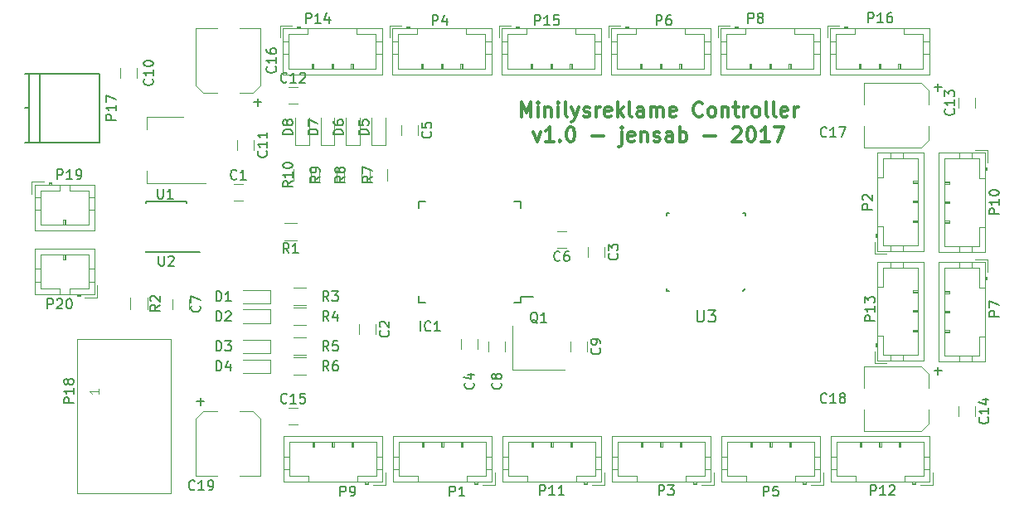
<source format=gbr>
G04 #@! TF.FileFunction,Legend,Top*
%FSLAX46Y46*%
G04 Gerber Fmt 4.6, Leading zero omitted, Abs format (unit mm)*
G04 Created by KiCad (PCBNEW 4.0.6) date Sun Jul 30 23:47:14 2017*
%MOMM*%
%LPD*%
G01*
G04 APERTURE LIST*
%ADD10C,0.100000*%
%ADD11C,0.300000*%
%ADD12C,0.120000*%
%ADD13C,0.150000*%
G04 APERTURE END LIST*
D10*
D11*
X120843287Y-60955571D02*
X120843287Y-59455571D01*
X121343287Y-60527000D01*
X121843287Y-59455571D01*
X121843287Y-60955571D01*
X122557573Y-60955571D02*
X122557573Y-59955571D01*
X122557573Y-59455571D02*
X122486144Y-59527000D01*
X122557573Y-59598429D01*
X122629001Y-59527000D01*
X122557573Y-59455571D01*
X122557573Y-59598429D01*
X123271859Y-59955571D02*
X123271859Y-60955571D01*
X123271859Y-60098429D02*
X123343287Y-60027000D01*
X123486145Y-59955571D01*
X123700430Y-59955571D01*
X123843287Y-60027000D01*
X123914716Y-60169857D01*
X123914716Y-60955571D01*
X124629002Y-60955571D02*
X124629002Y-59955571D01*
X124629002Y-59455571D02*
X124557573Y-59527000D01*
X124629002Y-59598429D01*
X124700430Y-59527000D01*
X124629002Y-59455571D01*
X124629002Y-59598429D01*
X125557574Y-60955571D02*
X125414716Y-60884143D01*
X125343288Y-60741286D01*
X125343288Y-59455571D01*
X125986145Y-59955571D02*
X126343288Y-60955571D01*
X126700430Y-59955571D02*
X126343288Y-60955571D01*
X126200430Y-61312714D01*
X126129002Y-61384143D01*
X125986145Y-61455571D01*
X127200430Y-60884143D02*
X127343287Y-60955571D01*
X127629002Y-60955571D01*
X127771859Y-60884143D01*
X127843287Y-60741286D01*
X127843287Y-60669857D01*
X127771859Y-60527000D01*
X127629002Y-60455571D01*
X127414716Y-60455571D01*
X127271859Y-60384143D01*
X127200430Y-60241286D01*
X127200430Y-60169857D01*
X127271859Y-60027000D01*
X127414716Y-59955571D01*
X127629002Y-59955571D01*
X127771859Y-60027000D01*
X128486145Y-60955571D02*
X128486145Y-59955571D01*
X128486145Y-60241286D02*
X128557573Y-60098429D01*
X128629002Y-60027000D01*
X128771859Y-59955571D01*
X128914716Y-59955571D01*
X129986144Y-60884143D02*
X129843287Y-60955571D01*
X129557573Y-60955571D01*
X129414716Y-60884143D01*
X129343287Y-60741286D01*
X129343287Y-60169857D01*
X129414716Y-60027000D01*
X129557573Y-59955571D01*
X129843287Y-59955571D01*
X129986144Y-60027000D01*
X130057573Y-60169857D01*
X130057573Y-60312714D01*
X129343287Y-60455571D01*
X130700430Y-60955571D02*
X130700430Y-59455571D01*
X130843287Y-60384143D02*
X131271858Y-60955571D01*
X131271858Y-59955571D02*
X130700430Y-60527000D01*
X132129002Y-60955571D02*
X131986144Y-60884143D01*
X131914716Y-60741286D01*
X131914716Y-59455571D01*
X133343287Y-60955571D02*
X133343287Y-60169857D01*
X133271858Y-60027000D01*
X133129001Y-59955571D01*
X132843287Y-59955571D01*
X132700430Y-60027000D01*
X133343287Y-60884143D02*
X133200430Y-60955571D01*
X132843287Y-60955571D01*
X132700430Y-60884143D01*
X132629001Y-60741286D01*
X132629001Y-60598429D01*
X132700430Y-60455571D01*
X132843287Y-60384143D01*
X133200430Y-60384143D01*
X133343287Y-60312714D01*
X134057573Y-60955571D02*
X134057573Y-59955571D01*
X134057573Y-60098429D02*
X134129001Y-60027000D01*
X134271859Y-59955571D01*
X134486144Y-59955571D01*
X134629001Y-60027000D01*
X134700430Y-60169857D01*
X134700430Y-60955571D01*
X134700430Y-60169857D02*
X134771859Y-60027000D01*
X134914716Y-59955571D01*
X135129001Y-59955571D01*
X135271859Y-60027000D01*
X135343287Y-60169857D01*
X135343287Y-60955571D01*
X136629001Y-60884143D02*
X136486144Y-60955571D01*
X136200430Y-60955571D01*
X136057573Y-60884143D01*
X135986144Y-60741286D01*
X135986144Y-60169857D01*
X136057573Y-60027000D01*
X136200430Y-59955571D01*
X136486144Y-59955571D01*
X136629001Y-60027000D01*
X136700430Y-60169857D01*
X136700430Y-60312714D01*
X135986144Y-60455571D01*
X139343287Y-60812714D02*
X139271858Y-60884143D01*
X139057572Y-60955571D01*
X138914715Y-60955571D01*
X138700430Y-60884143D01*
X138557572Y-60741286D01*
X138486144Y-60598429D01*
X138414715Y-60312714D01*
X138414715Y-60098429D01*
X138486144Y-59812714D01*
X138557572Y-59669857D01*
X138700430Y-59527000D01*
X138914715Y-59455571D01*
X139057572Y-59455571D01*
X139271858Y-59527000D01*
X139343287Y-59598429D01*
X140200430Y-60955571D02*
X140057572Y-60884143D01*
X139986144Y-60812714D01*
X139914715Y-60669857D01*
X139914715Y-60241286D01*
X139986144Y-60098429D01*
X140057572Y-60027000D01*
X140200430Y-59955571D01*
X140414715Y-59955571D01*
X140557572Y-60027000D01*
X140629001Y-60098429D01*
X140700430Y-60241286D01*
X140700430Y-60669857D01*
X140629001Y-60812714D01*
X140557572Y-60884143D01*
X140414715Y-60955571D01*
X140200430Y-60955571D01*
X141343287Y-59955571D02*
X141343287Y-60955571D01*
X141343287Y-60098429D02*
X141414715Y-60027000D01*
X141557573Y-59955571D01*
X141771858Y-59955571D01*
X141914715Y-60027000D01*
X141986144Y-60169857D01*
X141986144Y-60955571D01*
X142486144Y-59955571D02*
X143057573Y-59955571D01*
X142700430Y-59455571D02*
X142700430Y-60741286D01*
X142771858Y-60884143D01*
X142914716Y-60955571D01*
X143057573Y-60955571D01*
X143557573Y-60955571D02*
X143557573Y-59955571D01*
X143557573Y-60241286D02*
X143629001Y-60098429D01*
X143700430Y-60027000D01*
X143843287Y-59955571D01*
X143986144Y-59955571D01*
X144700430Y-60955571D02*
X144557572Y-60884143D01*
X144486144Y-60812714D01*
X144414715Y-60669857D01*
X144414715Y-60241286D01*
X144486144Y-60098429D01*
X144557572Y-60027000D01*
X144700430Y-59955571D01*
X144914715Y-59955571D01*
X145057572Y-60027000D01*
X145129001Y-60098429D01*
X145200430Y-60241286D01*
X145200430Y-60669857D01*
X145129001Y-60812714D01*
X145057572Y-60884143D01*
X144914715Y-60955571D01*
X144700430Y-60955571D01*
X146057573Y-60955571D02*
X145914715Y-60884143D01*
X145843287Y-60741286D01*
X145843287Y-59455571D01*
X146843287Y-60955571D02*
X146700429Y-60884143D01*
X146629001Y-60741286D01*
X146629001Y-59455571D01*
X147986143Y-60884143D02*
X147843286Y-60955571D01*
X147557572Y-60955571D01*
X147414715Y-60884143D01*
X147343286Y-60741286D01*
X147343286Y-60169857D01*
X147414715Y-60027000D01*
X147557572Y-59955571D01*
X147843286Y-59955571D01*
X147986143Y-60027000D01*
X148057572Y-60169857D01*
X148057572Y-60312714D01*
X147343286Y-60455571D01*
X148700429Y-60955571D02*
X148700429Y-59955571D01*
X148700429Y-60241286D02*
X148771857Y-60098429D01*
X148843286Y-60027000D01*
X148986143Y-59955571D01*
X149129000Y-59955571D01*
X122093287Y-62505571D02*
X122450430Y-63505571D01*
X122807572Y-62505571D01*
X124164715Y-63505571D02*
X123307572Y-63505571D01*
X123736144Y-63505571D02*
X123736144Y-62005571D01*
X123593287Y-62219857D01*
X123450429Y-62362714D01*
X123307572Y-62434143D01*
X124807572Y-63362714D02*
X124879000Y-63434143D01*
X124807572Y-63505571D01*
X124736143Y-63434143D01*
X124807572Y-63362714D01*
X124807572Y-63505571D01*
X125807572Y-62005571D02*
X125950429Y-62005571D01*
X126093286Y-62077000D01*
X126164715Y-62148429D01*
X126236144Y-62291286D01*
X126307572Y-62577000D01*
X126307572Y-62934143D01*
X126236144Y-63219857D01*
X126164715Y-63362714D01*
X126093286Y-63434143D01*
X125950429Y-63505571D01*
X125807572Y-63505571D01*
X125664715Y-63434143D01*
X125593286Y-63362714D01*
X125521858Y-63219857D01*
X125450429Y-62934143D01*
X125450429Y-62577000D01*
X125521858Y-62291286D01*
X125593286Y-62148429D01*
X125664715Y-62077000D01*
X125807572Y-62005571D01*
X128093286Y-62934143D02*
X129236143Y-62934143D01*
X131093286Y-62505571D02*
X131093286Y-63791286D01*
X131021857Y-63934143D01*
X130879000Y-64005571D01*
X130807572Y-64005571D01*
X131093286Y-62005571D02*
X131021857Y-62077000D01*
X131093286Y-62148429D01*
X131164714Y-62077000D01*
X131093286Y-62005571D01*
X131093286Y-62148429D01*
X132379000Y-63434143D02*
X132236143Y-63505571D01*
X131950429Y-63505571D01*
X131807572Y-63434143D01*
X131736143Y-63291286D01*
X131736143Y-62719857D01*
X131807572Y-62577000D01*
X131950429Y-62505571D01*
X132236143Y-62505571D01*
X132379000Y-62577000D01*
X132450429Y-62719857D01*
X132450429Y-62862714D01*
X131736143Y-63005571D01*
X133093286Y-62505571D02*
X133093286Y-63505571D01*
X133093286Y-62648429D02*
X133164714Y-62577000D01*
X133307572Y-62505571D01*
X133521857Y-62505571D01*
X133664714Y-62577000D01*
X133736143Y-62719857D01*
X133736143Y-63505571D01*
X134379000Y-63434143D02*
X134521857Y-63505571D01*
X134807572Y-63505571D01*
X134950429Y-63434143D01*
X135021857Y-63291286D01*
X135021857Y-63219857D01*
X134950429Y-63077000D01*
X134807572Y-63005571D01*
X134593286Y-63005571D01*
X134450429Y-62934143D01*
X134379000Y-62791286D01*
X134379000Y-62719857D01*
X134450429Y-62577000D01*
X134593286Y-62505571D01*
X134807572Y-62505571D01*
X134950429Y-62577000D01*
X136307572Y-63505571D02*
X136307572Y-62719857D01*
X136236143Y-62577000D01*
X136093286Y-62505571D01*
X135807572Y-62505571D01*
X135664715Y-62577000D01*
X136307572Y-63434143D02*
X136164715Y-63505571D01*
X135807572Y-63505571D01*
X135664715Y-63434143D01*
X135593286Y-63291286D01*
X135593286Y-63148429D01*
X135664715Y-63005571D01*
X135807572Y-62934143D01*
X136164715Y-62934143D01*
X136307572Y-62862714D01*
X137021858Y-63505571D02*
X137021858Y-62005571D01*
X137021858Y-62577000D02*
X137164715Y-62505571D01*
X137450429Y-62505571D01*
X137593286Y-62577000D01*
X137664715Y-62648429D01*
X137736144Y-62791286D01*
X137736144Y-63219857D01*
X137664715Y-63362714D01*
X137593286Y-63434143D01*
X137450429Y-63505571D01*
X137164715Y-63505571D01*
X137021858Y-63434143D01*
X139521858Y-62934143D02*
X140664715Y-62934143D01*
X142450429Y-62148429D02*
X142521858Y-62077000D01*
X142664715Y-62005571D01*
X143021858Y-62005571D01*
X143164715Y-62077000D01*
X143236144Y-62148429D01*
X143307572Y-62291286D01*
X143307572Y-62434143D01*
X143236144Y-62648429D01*
X142379001Y-63505571D01*
X143307572Y-63505571D01*
X144236143Y-62005571D02*
X144379000Y-62005571D01*
X144521857Y-62077000D01*
X144593286Y-62148429D01*
X144664715Y-62291286D01*
X144736143Y-62577000D01*
X144736143Y-62934143D01*
X144664715Y-63219857D01*
X144593286Y-63362714D01*
X144521857Y-63434143D01*
X144379000Y-63505571D01*
X144236143Y-63505571D01*
X144093286Y-63434143D01*
X144021857Y-63362714D01*
X143950429Y-63219857D01*
X143879000Y-62934143D01*
X143879000Y-62577000D01*
X143950429Y-62291286D01*
X144021857Y-62148429D01*
X144093286Y-62077000D01*
X144236143Y-62005571D01*
X146164714Y-63505571D02*
X145307571Y-63505571D01*
X145736143Y-63505571D02*
X145736143Y-62005571D01*
X145593286Y-62219857D01*
X145450428Y-62362714D01*
X145307571Y-62434143D01*
X146664714Y-62005571D02*
X147664714Y-62005571D01*
X147021857Y-63505571D01*
D12*
X77239000Y-79100000D02*
X77239000Y-74400000D01*
X77239000Y-74400000D02*
X71139000Y-74400000D01*
X71139000Y-74400000D02*
X71139000Y-79100000D01*
X71139000Y-79100000D02*
X77239000Y-79100000D01*
X74689000Y-79100000D02*
X74689000Y-78500000D01*
X74689000Y-78500000D02*
X76639000Y-78500000D01*
X76639000Y-78500000D02*
X76639000Y-75000000D01*
X76639000Y-75000000D02*
X71739000Y-75000000D01*
X71739000Y-75000000D02*
X71739000Y-78500000D01*
X71739000Y-78500000D02*
X73689000Y-78500000D01*
X73689000Y-78500000D02*
X73689000Y-79100000D01*
X77239000Y-77800000D02*
X76639000Y-77800000D01*
X77239000Y-76500000D02*
X76639000Y-76500000D01*
X71139000Y-77800000D02*
X71739000Y-77800000D01*
X71139000Y-76500000D02*
X71739000Y-76500000D01*
X75489000Y-79100000D02*
X75489000Y-79300000D01*
X75489000Y-79300000D02*
X75789000Y-79300000D01*
X75789000Y-79300000D02*
X75789000Y-79100000D01*
X75489000Y-79200000D02*
X75789000Y-79200000D01*
X74289000Y-75000000D02*
X74289000Y-75500000D01*
X74289000Y-75500000D02*
X74089000Y-75500000D01*
X74089000Y-75500000D02*
X74089000Y-75000000D01*
X74189000Y-75000000D02*
X74189000Y-75500000D01*
X76289000Y-79400000D02*
X77539000Y-79400000D01*
X77539000Y-79400000D02*
X77539000Y-78150000D01*
X71139000Y-67880000D02*
X71139000Y-72580000D01*
X71139000Y-72580000D02*
X77239000Y-72580000D01*
X77239000Y-72580000D02*
X77239000Y-67880000D01*
X77239000Y-67880000D02*
X71139000Y-67880000D01*
X73689000Y-67880000D02*
X73689000Y-68480000D01*
X73689000Y-68480000D02*
X71739000Y-68480000D01*
X71739000Y-68480000D02*
X71739000Y-71980000D01*
X71739000Y-71980000D02*
X76639000Y-71980000D01*
X76639000Y-71980000D02*
X76639000Y-68480000D01*
X76639000Y-68480000D02*
X74689000Y-68480000D01*
X74689000Y-68480000D02*
X74689000Y-67880000D01*
X71139000Y-69180000D02*
X71739000Y-69180000D01*
X71139000Y-70480000D02*
X71739000Y-70480000D01*
X77239000Y-69180000D02*
X76639000Y-69180000D01*
X77239000Y-70480000D02*
X76639000Y-70480000D01*
X72889000Y-67880000D02*
X72889000Y-67680000D01*
X72889000Y-67680000D02*
X72589000Y-67680000D01*
X72589000Y-67680000D02*
X72589000Y-67880000D01*
X72889000Y-67780000D02*
X72589000Y-67780000D01*
X74089000Y-71980000D02*
X74089000Y-71480000D01*
X74089000Y-71480000D02*
X74289000Y-71480000D01*
X74289000Y-71480000D02*
X74289000Y-71980000D01*
X74189000Y-71980000D02*
X74189000Y-71480000D01*
X72089000Y-67580000D02*
X70839000Y-67580000D01*
X70839000Y-67580000D02*
X70839000Y-68830000D01*
X152387000Y-51928800D02*
X152387000Y-56628800D01*
X152387000Y-56628800D02*
X162487000Y-56628800D01*
X162487000Y-56628800D02*
X162487000Y-51928800D01*
X162487000Y-51928800D02*
X152387000Y-51928800D01*
X154937000Y-51928800D02*
X154937000Y-52528800D01*
X154937000Y-52528800D02*
X152987000Y-52528800D01*
X152987000Y-52528800D02*
X152987000Y-56028800D01*
X152987000Y-56028800D02*
X161887000Y-56028800D01*
X161887000Y-56028800D02*
X161887000Y-52528800D01*
X161887000Y-52528800D02*
X159937000Y-52528800D01*
X159937000Y-52528800D02*
X159937000Y-51928800D01*
X152387000Y-53228800D02*
X152987000Y-53228800D01*
X152387000Y-54528800D02*
X152987000Y-54528800D01*
X162487000Y-53228800D02*
X161887000Y-53228800D01*
X162487000Y-54528800D02*
X161887000Y-54528800D01*
X154137000Y-51928800D02*
X154137000Y-51728800D01*
X154137000Y-51728800D02*
X153837000Y-51728800D01*
X153837000Y-51728800D02*
X153837000Y-51928800D01*
X154137000Y-51828800D02*
X153837000Y-51828800D01*
X155337000Y-56028800D02*
X155337000Y-55528800D01*
X155337000Y-55528800D02*
X155537000Y-55528800D01*
X155537000Y-55528800D02*
X155537000Y-56028800D01*
X155437000Y-56028800D02*
X155437000Y-55528800D01*
X157337000Y-56028800D02*
X157337000Y-55528800D01*
X157337000Y-55528800D02*
X157537000Y-55528800D01*
X157537000Y-55528800D02*
X157537000Y-56028800D01*
X157437000Y-56028800D02*
X157437000Y-55528800D01*
X159337000Y-56028800D02*
X159337000Y-55528800D01*
X159337000Y-55528800D02*
X159537000Y-55528800D01*
X159537000Y-55528800D02*
X159537000Y-56028800D01*
X159437000Y-56028800D02*
X159437000Y-55528800D01*
X153337000Y-51628800D02*
X152087000Y-51628800D01*
X152087000Y-51628800D02*
X152087000Y-52878800D01*
X157209000Y-85858000D02*
X161909000Y-85858000D01*
X161909000Y-85858000D02*
X161909000Y-75758000D01*
X161909000Y-75758000D02*
X157209000Y-75758000D01*
X157209000Y-75758000D02*
X157209000Y-85858000D01*
X157209000Y-83308000D02*
X157809000Y-83308000D01*
X157809000Y-83308000D02*
X157809000Y-85258000D01*
X157809000Y-85258000D02*
X161309000Y-85258000D01*
X161309000Y-85258000D02*
X161309000Y-76358000D01*
X161309000Y-76358000D02*
X157809000Y-76358000D01*
X157809000Y-76358000D02*
X157809000Y-78308000D01*
X157809000Y-78308000D02*
X157209000Y-78308000D01*
X158509000Y-85858000D02*
X158509000Y-85258000D01*
X159809000Y-85858000D02*
X159809000Y-85258000D01*
X158509000Y-75758000D02*
X158509000Y-76358000D01*
X159809000Y-75758000D02*
X159809000Y-76358000D01*
X157209000Y-84108000D02*
X157009000Y-84108000D01*
X157009000Y-84108000D02*
X157009000Y-84408000D01*
X157009000Y-84408000D02*
X157209000Y-84408000D01*
X157109000Y-84108000D02*
X157109000Y-84408000D01*
X161309000Y-82908000D02*
X160809000Y-82908000D01*
X160809000Y-82908000D02*
X160809000Y-82708000D01*
X160809000Y-82708000D02*
X161309000Y-82708000D01*
X161309000Y-82808000D02*
X160809000Y-82808000D01*
X161309000Y-80908000D02*
X160809000Y-80908000D01*
X160809000Y-80908000D02*
X160809000Y-80708000D01*
X160809000Y-80708000D02*
X161309000Y-80708000D01*
X161309000Y-80808000D02*
X160809000Y-80808000D01*
X161309000Y-78908000D02*
X160809000Y-78908000D01*
X160809000Y-78908000D02*
X160809000Y-78708000D01*
X160809000Y-78708000D02*
X161309000Y-78708000D01*
X161309000Y-78808000D02*
X160809000Y-78808000D01*
X156909000Y-84908000D02*
X156909000Y-86158000D01*
X156909000Y-86158000D02*
X158159000Y-86158000D01*
X168175000Y-64646000D02*
X163475000Y-64646000D01*
X163475000Y-64646000D02*
X163475000Y-74746000D01*
X163475000Y-74746000D02*
X168175000Y-74746000D01*
X168175000Y-74746000D02*
X168175000Y-64646000D01*
X168175000Y-67196000D02*
X167575000Y-67196000D01*
X167575000Y-67196000D02*
X167575000Y-65246000D01*
X167575000Y-65246000D02*
X164075000Y-65246000D01*
X164075000Y-65246000D02*
X164075000Y-74146000D01*
X164075000Y-74146000D02*
X167575000Y-74146000D01*
X167575000Y-74146000D02*
X167575000Y-72196000D01*
X167575000Y-72196000D02*
X168175000Y-72196000D01*
X166875000Y-64646000D02*
X166875000Y-65246000D01*
X165575000Y-64646000D02*
X165575000Y-65246000D01*
X166875000Y-74746000D02*
X166875000Y-74146000D01*
X165575000Y-74746000D02*
X165575000Y-74146000D01*
X168175000Y-66396000D02*
X168375000Y-66396000D01*
X168375000Y-66396000D02*
X168375000Y-66096000D01*
X168375000Y-66096000D02*
X168175000Y-66096000D01*
X168275000Y-66396000D02*
X168275000Y-66096000D01*
X164075000Y-67596000D02*
X164575000Y-67596000D01*
X164575000Y-67596000D02*
X164575000Y-67796000D01*
X164575000Y-67796000D02*
X164075000Y-67796000D01*
X164075000Y-67696000D02*
X164575000Y-67696000D01*
X164075000Y-69596000D02*
X164575000Y-69596000D01*
X164575000Y-69596000D02*
X164575000Y-69796000D01*
X164575000Y-69796000D02*
X164075000Y-69796000D01*
X164075000Y-69696000D02*
X164575000Y-69696000D01*
X164075000Y-71596000D02*
X164575000Y-71596000D01*
X164575000Y-71596000D02*
X164575000Y-71796000D01*
X164575000Y-71796000D02*
X164075000Y-71796000D01*
X164075000Y-71696000D02*
X164575000Y-71696000D01*
X168475000Y-65596000D02*
X168475000Y-64346000D01*
X168475000Y-64346000D02*
X167225000Y-64346000D01*
X106649411Y-98251671D02*
X106649411Y-93551671D01*
X106649411Y-93551671D02*
X96549411Y-93551671D01*
X96549411Y-93551671D02*
X96549411Y-98251671D01*
X96549411Y-98251671D02*
X106649411Y-98251671D01*
X104099411Y-98251671D02*
X104099411Y-97651671D01*
X104099411Y-97651671D02*
X106049411Y-97651671D01*
X106049411Y-97651671D02*
X106049411Y-94151671D01*
X106049411Y-94151671D02*
X97149411Y-94151671D01*
X97149411Y-94151671D02*
X97149411Y-97651671D01*
X97149411Y-97651671D02*
X99099411Y-97651671D01*
X99099411Y-97651671D02*
X99099411Y-98251671D01*
X106649411Y-96951671D02*
X106049411Y-96951671D01*
X106649411Y-95651671D02*
X106049411Y-95651671D01*
X96549411Y-96951671D02*
X97149411Y-96951671D01*
X96549411Y-95651671D02*
X97149411Y-95651671D01*
X104899411Y-98251671D02*
X104899411Y-98451671D01*
X104899411Y-98451671D02*
X105199411Y-98451671D01*
X105199411Y-98451671D02*
X105199411Y-98251671D01*
X104899411Y-98351671D02*
X105199411Y-98351671D01*
X103699411Y-94151671D02*
X103699411Y-94651671D01*
X103699411Y-94651671D02*
X103499411Y-94651671D01*
X103499411Y-94651671D02*
X103499411Y-94151671D01*
X103599411Y-94151671D02*
X103599411Y-94651671D01*
X101699411Y-94151671D02*
X101699411Y-94651671D01*
X101699411Y-94651671D02*
X101499411Y-94651671D01*
X101499411Y-94651671D02*
X101499411Y-94151671D01*
X101599411Y-94151671D02*
X101599411Y-94651671D01*
X99699411Y-94151671D02*
X99699411Y-94651671D01*
X99699411Y-94651671D02*
X99499411Y-94651671D01*
X99499411Y-94651671D02*
X99499411Y-94151671D01*
X99599411Y-94151671D02*
X99599411Y-94651671D01*
X105699411Y-98551671D02*
X106949411Y-98551671D01*
X106949411Y-98551671D02*
X106949411Y-97301671D01*
X141211000Y-51928800D02*
X141211000Y-56628800D01*
X141211000Y-56628800D02*
X151311000Y-56628800D01*
X151311000Y-56628800D02*
X151311000Y-51928800D01*
X151311000Y-51928800D02*
X141211000Y-51928800D01*
X143761000Y-51928800D02*
X143761000Y-52528800D01*
X143761000Y-52528800D02*
X141811000Y-52528800D01*
X141811000Y-52528800D02*
X141811000Y-56028800D01*
X141811000Y-56028800D02*
X150711000Y-56028800D01*
X150711000Y-56028800D02*
X150711000Y-52528800D01*
X150711000Y-52528800D02*
X148761000Y-52528800D01*
X148761000Y-52528800D02*
X148761000Y-51928800D01*
X141211000Y-53228800D02*
X141811000Y-53228800D01*
X141211000Y-54528800D02*
X141811000Y-54528800D01*
X151311000Y-53228800D02*
X150711000Y-53228800D01*
X151311000Y-54528800D02*
X150711000Y-54528800D01*
X142961000Y-51928800D02*
X142961000Y-51728800D01*
X142961000Y-51728800D02*
X142661000Y-51728800D01*
X142661000Y-51728800D02*
X142661000Y-51928800D01*
X142961000Y-51828800D02*
X142661000Y-51828800D01*
X144161000Y-56028800D02*
X144161000Y-55528800D01*
X144161000Y-55528800D02*
X144361000Y-55528800D01*
X144361000Y-55528800D02*
X144361000Y-56028800D01*
X144261000Y-56028800D02*
X144261000Y-55528800D01*
X146161000Y-56028800D02*
X146161000Y-55528800D01*
X146161000Y-55528800D02*
X146361000Y-55528800D01*
X146361000Y-55528800D02*
X146361000Y-56028800D01*
X146261000Y-56028800D02*
X146261000Y-55528800D01*
X148161000Y-56028800D02*
X148161000Y-55528800D01*
X148161000Y-55528800D02*
X148361000Y-55528800D01*
X148361000Y-55528800D02*
X148361000Y-56028800D01*
X148261000Y-56028800D02*
X148261000Y-55528800D01*
X142161000Y-51628800D02*
X140911000Y-51628800D01*
X140911000Y-51628800D02*
X140911000Y-52878800D01*
X168175000Y-75822000D02*
X163475000Y-75822000D01*
X163475000Y-75822000D02*
X163475000Y-85922000D01*
X163475000Y-85922000D02*
X168175000Y-85922000D01*
X168175000Y-85922000D02*
X168175000Y-75822000D01*
X168175000Y-78372000D02*
X167575000Y-78372000D01*
X167575000Y-78372000D02*
X167575000Y-76422000D01*
X167575000Y-76422000D02*
X164075000Y-76422000D01*
X164075000Y-76422000D02*
X164075000Y-85322000D01*
X164075000Y-85322000D02*
X167575000Y-85322000D01*
X167575000Y-85322000D02*
X167575000Y-83372000D01*
X167575000Y-83372000D02*
X168175000Y-83372000D01*
X166875000Y-75822000D02*
X166875000Y-76422000D01*
X165575000Y-75822000D02*
X165575000Y-76422000D01*
X166875000Y-85922000D02*
X166875000Y-85322000D01*
X165575000Y-85922000D02*
X165575000Y-85322000D01*
X168175000Y-77572000D02*
X168375000Y-77572000D01*
X168375000Y-77572000D02*
X168375000Y-77272000D01*
X168375000Y-77272000D02*
X168175000Y-77272000D01*
X168275000Y-77572000D02*
X168275000Y-77272000D01*
X164075000Y-78772000D02*
X164575000Y-78772000D01*
X164575000Y-78772000D02*
X164575000Y-78972000D01*
X164575000Y-78972000D02*
X164075000Y-78972000D01*
X164075000Y-78872000D02*
X164575000Y-78872000D01*
X164075000Y-80772000D02*
X164575000Y-80772000D01*
X164575000Y-80772000D02*
X164575000Y-80972000D01*
X164575000Y-80972000D02*
X164075000Y-80972000D01*
X164075000Y-80872000D02*
X164575000Y-80872000D01*
X164075000Y-82772000D02*
X164575000Y-82772000D01*
X164575000Y-82772000D02*
X164575000Y-82972000D01*
X164575000Y-82972000D02*
X164075000Y-82972000D01*
X164075000Y-82872000D02*
X164575000Y-82872000D01*
X168475000Y-76772000D02*
X168475000Y-75522000D01*
X168475000Y-75522000D02*
X167225000Y-75522000D01*
X130035000Y-51928800D02*
X130035000Y-56628800D01*
X130035000Y-56628800D02*
X140135000Y-56628800D01*
X140135000Y-56628800D02*
X140135000Y-51928800D01*
X140135000Y-51928800D02*
X130035000Y-51928800D01*
X132585000Y-51928800D02*
X132585000Y-52528800D01*
X132585000Y-52528800D02*
X130635000Y-52528800D01*
X130635000Y-52528800D02*
X130635000Y-56028800D01*
X130635000Y-56028800D02*
X139535000Y-56028800D01*
X139535000Y-56028800D02*
X139535000Y-52528800D01*
X139535000Y-52528800D02*
X137585000Y-52528800D01*
X137585000Y-52528800D02*
X137585000Y-51928800D01*
X130035000Y-53228800D02*
X130635000Y-53228800D01*
X130035000Y-54528800D02*
X130635000Y-54528800D01*
X140135000Y-53228800D02*
X139535000Y-53228800D01*
X140135000Y-54528800D02*
X139535000Y-54528800D01*
X131785000Y-51928800D02*
X131785000Y-51728800D01*
X131785000Y-51728800D02*
X131485000Y-51728800D01*
X131485000Y-51728800D02*
X131485000Y-51928800D01*
X131785000Y-51828800D02*
X131485000Y-51828800D01*
X132985000Y-56028800D02*
X132985000Y-55528800D01*
X132985000Y-55528800D02*
X133185000Y-55528800D01*
X133185000Y-55528800D02*
X133185000Y-56028800D01*
X133085000Y-56028800D02*
X133085000Y-55528800D01*
X134985000Y-56028800D02*
X134985000Y-55528800D01*
X134985000Y-55528800D02*
X135185000Y-55528800D01*
X135185000Y-55528800D02*
X135185000Y-56028800D01*
X135085000Y-56028800D02*
X135085000Y-55528800D01*
X136985000Y-56028800D02*
X136985000Y-55528800D01*
X136985000Y-55528800D02*
X137185000Y-55528800D01*
X137185000Y-55528800D02*
X137185000Y-56028800D01*
X137085000Y-56028800D02*
X137085000Y-55528800D01*
X130985000Y-51628800D02*
X129735000Y-51628800D01*
X129735000Y-51628800D02*
X129735000Y-52878800D01*
X151353411Y-98251671D02*
X151353411Y-93551671D01*
X151353411Y-93551671D02*
X141253411Y-93551671D01*
X141253411Y-93551671D02*
X141253411Y-98251671D01*
X141253411Y-98251671D02*
X151353411Y-98251671D01*
X148803411Y-98251671D02*
X148803411Y-97651671D01*
X148803411Y-97651671D02*
X150753411Y-97651671D01*
X150753411Y-97651671D02*
X150753411Y-94151671D01*
X150753411Y-94151671D02*
X141853411Y-94151671D01*
X141853411Y-94151671D02*
X141853411Y-97651671D01*
X141853411Y-97651671D02*
X143803411Y-97651671D01*
X143803411Y-97651671D02*
X143803411Y-98251671D01*
X151353411Y-96951671D02*
X150753411Y-96951671D01*
X151353411Y-95651671D02*
X150753411Y-95651671D01*
X141253411Y-96951671D02*
X141853411Y-96951671D01*
X141253411Y-95651671D02*
X141853411Y-95651671D01*
X149603411Y-98251671D02*
X149603411Y-98451671D01*
X149603411Y-98451671D02*
X149903411Y-98451671D01*
X149903411Y-98451671D02*
X149903411Y-98251671D01*
X149603411Y-98351671D02*
X149903411Y-98351671D01*
X148403411Y-94151671D02*
X148403411Y-94651671D01*
X148403411Y-94651671D02*
X148203411Y-94651671D01*
X148203411Y-94651671D02*
X148203411Y-94151671D01*
X148303411Y-94151671D02*
X148303411Y-94651671D01*
X146403411Y-94151671D02*
X146403411Y-94651671D01*
X146403411Y-94651671D02*
X146203411Y-94651671D01*
X146203411Y-94651671D02*
X146203411Y-94151671D01*
X146303411Y-94151671D02*
X146303411Y-94651671D01*
X144403411Y-94151671D02*
X144403411Y-94651671D01*
X144403411Y-94651671D02*
X144203411Y-94651671D01*
X144203411Y-94651671D02*
X144203411Y-94151671D01*
X144303411Y-94151671D02*
X144303411Y-94651671D01*
X150403411Y-98551671D02*
X151653411Y-98551671D01*
X151653411Y-98551671D02*
X151653411Y-97301671D01*
X140177411Y-98251671D02*
X140177411Y-93551671D01*
X140177411Y-93551671D02*
X130077411Y-93551671D01*
X130077411Y-93551671D02*
X130077411Y-98251671D01*
X130077411Y-98251671D02*
X140177411Y-98251671D01*
X137627411Y-98251671D02*
X137627411Y-97651671D01*
X137627411Y-97651671D02*
X139577411Y-97651671D01*
X139577411Y-97651671D02*
X139577411Y-94151671D01*
X139577411Y-94151671D02*
X130677411Y-94151671D01*
X130677411Y-94151671D02*
X130677411Y-97651671D01*
X130677411Y-97651671D02*
X132627411Y-97651671D01*
X132627411Y-97651671D02*
X132627411Y-98251671D01*
X140177411Y-96951671D02*
X139577411Y-96951671D01*
X140177411Y-95651671D02*
X139577411Y-95651671D01*
X130077411Y-96951671D02*
X130677411Y-96951671D01*
X130077411Y-95651671D02*
X130677411Y-95651671D01*
X138427411Y-98251671D02*
X138427411Y-98451671D01*
X138427411Y-98451671D02*
X138727411Y-98451671D01*
X138727411Y-98451671D02*
X138727411Y-98251671D01*
X138427411Y-98351671D02*
X138727411Y-98351671D01*
X137227411Y-94151671D02*
X137227411Y-94651671D01*
X137227411Y-94651671D02*
X137027411Y-94651671D01*
X137027411Y-94651671D02*
X137027411Y-94151671D01*
X137127411Y-94151671D02*
X137127411Y-94651671D01*
X135227411Y-94151671D02*
X135227411Y-94651671D01*
X135227411Y-94651671D02*
X135027411Y-94651671D01*
X135027411Y-94651671D02*
X135027411Y-94151671D01*
X135127411Y-94151671D02*
X135127411Y-94651671D01*
X133227411Y-94151671D02*
X133227411Y-94651671D01*
X133227411Y-94651671D02*
X133027411Y-94651671D01*
X133027411Y-94651671D02*
X133027411Y-94151671D01*
X133127411Y-94151671D02*
X133127411Y-94651671D01*
X139227411Y-98551671D02*
X140477411Y-98551671D01*
X140477411Y-98551671D02*
X140477411Y-97301671D01*
X117825411Y-98251671D02*
X117825411Y-93551671D01*
X117825411Y-93551671D02*
X107725411Y-93551671D01*
X107725411Y-93551671D02*
X107725411Y-98251671D01*
X107725411Y-98251671D02*
X117825411Y-98251671D01*
X115275411Y-98251671D02*
X115275411Y-97651671D01*
X115275411Y-97651671D02*
X117225411Y-97651671D01*
X117225411Y-97651671D02*
X117225411Y-94151671D01*
X117225411Y-94151671D02*
X108325411Y-94151671D01*
X108325411Y-94151671D02*
X108325411Y-97651671D01*
X108325411Y-97651671D02*
X110275411Y-97651671D01*
X110275411Y-97651671D02*
X110275411Y-98251671D01*
X117825411Y-96951671D02*
X117225411Y-96951671D01*
X117825411Y-95651671D02*
X117225411Y-95651671D01*
X107725411Y-96951671D02*
X108325411Y-96951671D01*
X107725411Y-95651671D02*
X108325411Y-95651671D01*
X116075411Y-98251671D02*
X116075411Y-98451671D01*
X116075411Y-98451671D02*
X116375411Y-98451671D01*
X116375411Y-98451671D02*
X116375411Y-98251671D01*
X116075411Y-98351671D02*
X116375411Y-98351671D01*
X114875411Y-94151671D02*
X114875411Y-94651671D01*
X114875411Y-94651671D02*
X114675411Y-94651671D01*
X114675411Y-94651671D02*
X114675411Y-94151671D01*
X114775411Y-94151671D02*
X114775411Y-94651671D01*
X112875411Y-94151671D02*
X112875411Y-94651671D01*
X112875411Y-94651671D02*
X112675411Y-94651671D01*
X112675411Y-94651671D02*
X112675411Y-94151671D01*
X112775411Y-94151671D02*
X112775411Y-94651671D01*
X110875411Y-94151671D02*
X110875411Y-94651671D01*
X110875411Y-94651671D02*
X110675411Y-94651671D01*
X110675411Y-94651671D02*
X110675411Y-94151671D01*
X110775411Y-94151671D02*
X110775411Y-94651671D01*
X116875411Y-98551671D02*
X118125411Y-98551671D01*
X118125411Y-98551671D02*
X118125411Y-97301671D01*
D13*
X143705000Y-78510000D02*
X143455000Y-78760000D01*
X135955000Y-78760000D02*
X135705000Y-78760000D01*
X135705000Y-78760000D02*
X135705000Y-78510000D01*
X143455000Y-70760000D02*
X143705000Y-70760000D01*
X143705000Y-70760000D02*
X143705000Y-71010000D01*
X135955000Y-70760000D02*
X135705000Y-70760000D01*
X135705000Y-70760000D02*
X135705000Y-71010000D01*
D12*
X97607000Y-67488000D02*
X97607000Y-66288000D01*
X99367000Y-66288000D02*
X99367000Y-67488000D01*
X100195000Y-67488000D02*
X100195000Y-66288000D01*
X101955000Y-66288000D02*
X101955000Y-67488000D01*
X102783000Y-67488000D02*
X102783000Y-66288000D01*
X104543000Y-66288000D02*
X104543000Y-67488000D01*
X105371000Y-67488000D02*
X105371000Y-66288000D01*
X107131000Y-66288000D02*
X107131000Y-67488000D01*
X97787000Y-63846000D02*
X99187000Y-63846000D01*
X99187000Y-63846000D02*
X99187000Y-61046000D01*
X97787000Y-63846000D02*
X97787000Y-61046000D01*
X100375000Y-63846000D02*
X101775000Y-63846000D01*
X101775000Y-63846000D02*
X101775000Y-61046000D01*
X100375000Y-63846000D02*
X100375000Y-61046000D01*
X102963000Y-63846000D02*
X104363000Y-63846000D01*
X104363000Y-63846000D02*
X104363000Y-61046000D01*
X102963000Y-63846000D02*
X102963000Y-61046000D01*
X105551000Y-63846000D02*
X106951000Y-63846000D01*
X106951000Y-63846000D02*
X106951000Y-61046000D01*
X105551000Y-63846000D02*
X105551000Y-61046000D01*
D13*
X86662000Y-74795000D02*
X86662000Y-74745000D01*
X82512000Y-74795000D02*
X82512000Y-74650000D01*
X82512000Y-69645000D02*
X82512000Y-69790000D01*
X86662000Y-69645000D02*
X86662000Y-69790000D01*
X86662000Y-74795000D02*
X82512000Y-74795000D01*
X86662000Y-69645000D02*
X82512000Y-69645000D01*
X86662000Y-74745000D02*
X88062000Y-74745000D01*
D12*
X82575000Y-60950000D02*
X82575000Y-62210000D01*
X82575000Y-67770000D02*
X82575000Y-66510000D01*
X86335000Y-60950000D02*
X82575000Y-60950000D01*
X88585000Y-67770000D02*
X82575000Y-67770000D01*
X98823000Y-87324000D02*
X97623000Y-87324000D01*
X97623000Y-85564000D02*
X98823000Y-85564000D01*
X98823000Y-85292000D02*
X97623000Y-85292000D01*
X97623000Y-83532000D02*
X98823000Y-83532000D01*
X98823000Y-82244000D02*
X97623000Y-82244000D01*
X97623000Y-80484000D02*
X98823000Y-80484000D01*
X98823000Y-80212000D02*
X97623000Y-80212000D01*
X97623000Y-78452000D02*
X98823000Y-78452000D01*
X80913000Y-80614000D02*
X80913000Y-79414000D01*
X82673000Y-79414000D02*
X82673000Y-80614000D01*
X96687000Y-71848000D02*
X97887000Y-71848000D01*
X97887000Y-73608000D02*
X96687000Y-73608000D01*
X119913000Y-82282000D02*
X119913000Y-86782000D01*
X119913000Y-86782000D02*
X125313000Y-86782000D01*
D13*
X70581000Y-60056000D02*
X70181000Y-60056000D01*
X71681000Y-56556000D02*
X71681000Y-63556000D01*
X70581000Y-56556000D02*
X70581000Y-63556000D01*
X77781000Y-56556000D02*
X70181000Y-56556000D01*
X70181000Y-63556000D02*
X77781000Y-63556000D01*
X77781000Y-63556000D02*
X77781000Y-56556000D01*
D12*
X95193000Y-87144000D02*
X95193000Y-85744000D01*
X95193000Y-85744000D02*
X92393000Y-85744000D01*
X95193000Y-87144000D02*
X92393000Y-87144000D01*
X95193000Y-85112000D02*
X95193000Y-83712000D01*
X95193000Y-83712000D02*
X92393000Y-83712000D01*
X95193000Y-85112000D02*
X92393000Y-85112000D01*
X95193000Y-82022443D02*
X95193000Y-80622443D01*
X95193000Y-80622443D02*
X92393000Y-80622443D01*
X95193000Y-82022443D02*
X92393000Y-82022443D01*
X95193000Y-80032000D02*
X95193000Y-78632000D01*
X95193000Y-78632000D02*
X92393000Y-78632000D01*
X95193000Y-80032000D02*
X92393000Y-80032000D01*
X88397000Y-91018000D02*
X89817000Y-91018000D01*
X87637000Y-97618000D02*
X89817000Y-97618000D01*
X94237000Y-97618000D02*
X92057000Y-97618000D01*
X93477000Y-91018000D02*
X92057000Y-91018000D01*
X87637000Y-97618000D02*
X87637000Y-91778000D01*
X87637000Y-91778000D02*
X88397000Y-91018000D01*
X93477000Y-91018000D02*
X94237000Y-91778000D01*
X94237000Y-91778000D02*
X94237000Y-97618000D01*
X162403000Y-87206000D02*
X162403000Y-88626000D01*
X155803000Y-86446000D02*
X155803000Y-88626000D01*
X155803000Y-93046000D02*
X155803000Y-90866000D01*
X162403000Y-92286000D02*
X162403000Y-90866000D01*
X155803000Y-86446000D02*
X161643000Y-86446000D01*
X161643000Y-86446000D02*
X162403000Y-87206000D01*
X162403000Y-92286000D02*
X161643000Y-93046000D01*
X161643000Y-93046000D02*
X155803000Y-93046000D01*
X162403000Y-58250000D02*
X162403000Y-59670000D01*
X155803000Y-57490000D02*
X155803000Y-59670000D01*
X155803000Y-64090000D02*
X155803000Y-61910000D01*
X162403000Y-63330000D02*
X162403000Y-61910000D01*
X155803000Y-57490000D02*
X161643000Y-57490000D01*
X161643000Y-57490000D02*
X162403000Y-58250000D01*
X162403000Y-63330000D02*
X161643000Y-64090000D01*
X161643000Y-64090000D02*
X155803000Y-64090000D01*
X98041000Y-90674000D02*
X97041000Y-90674000D01*
X97041000Y-92374000D02*
X98041000Y-92374000D01*
X167225000Y-91516000D02*
X167225000Y-90516000D01*
X165525000Y-90516000D02*
X165525000Y-91516000D01*
X165525000Y-59020000D02*
X165525000Y-60020000D01*
X167225000Y-60020000D02*
X167225000Y-59020000D01*
X98041000Y-57908000D02*
X97041000Y-57908000D01*
X97041000Y-59608000D02*
X98041000Y-59608000D01*
X93565000Y-64318000D02*
X93565000Y-63318000D01*
X91865000Y-63318000D02*
X91865000Y-64318000D01*
X79927000Y-55972000D02*
X79927000Y-56972000D01*
X81627000Y-56972000D02*
X81627000Y-55972000D01*
X127601000Y-84932000D02*
X127601000Y-83932000D01*
X125901000Y-83932000D02*
X125901000Y-84932000D01*
X117519000Y-83932000D02*
X117519000Y-84932000D01*
X119219000Y-84932000D02*
X119219000Y-83932000D01*
X85261000Y-79594000D02*
X85261000Y-80594000D01*
X86961000Y-80594000D02*
X86961000Y-79594000D01*
X124473000Y-74340000D02*
X125473000Y-74340000D01*
X125473000Y-72640000D02*
X124473000Y-72640000D01*
X110329000Y-62814000D02*
X110329000Y-61814000D01*
X108629000Y-61814000D02*
X108629000Y-62814000D01*
X116425000Y-84658000D02*
X116425000Y-83658000D01*
X114725000Y-83658000D02*
X114725000Y-84658000D01*
X129379000Y-75260000D02*
X129379000Y-74260000D01*
X127679000Y-74260000D02*
X127679000Y-75260000D01*
X106011000Y-83134000D02*
X106011000Y-82134000D01*
X104311000Y-82134000D02*
X104311000Y-83134000D01*
X92453000Y-67814000D02*
X91453000Y-67814000D01*
X91453000Y-69514000D02*
X92453000Y-69514000D01*
X96507000Y-51928800D02*
X96507000Y-56628800D01*
X96507000Y-56628800D02*
X106607000Y-56628800D01*
X106607000Y-56628800D02*
X106607000Y-51928800D01*
X106607000Y-51928800D02*
X96507000Y-51928800D01*
X99057000Y-51928800D02*
X99057000Y-52528800D01*
X99057000Y-52528800D02*
X97107000Y-52528800D01*
X97107000Y-52528800D02*
X97107000Y-56028800D01*
X97107000Y-56028800D02*
X106007000Y-56028800D01*
X106007000Y-56028800D02*
X106007000Y-52528800D01*
X106007000Y-52528800D02*
X104057000Y-52528800D01*
X104057000Y-52528800D02*
X104057000Y-51928800D01*
X96507000Y-53228800D02*
X97107000Y-53228800D01*
X96507000Y-54528800D02*
X97107000Y-54528800D01*
X106607000Y-53228800D02*
X106007000Y-53228800D01*
X106607000Y-54528800D02*
X106007000Y-54528800D01*
X98257000Y-51928800D02*
X98257000Y-51728800D01*
X98257000Y-51728800D02*
X97957000Y-51728800D01*
X97957000Y-51728800D02*
X97957000Y-51928800D01*
X98257000Y-51828800D02*
X97957000Y-51828800D01*
X99457000Y-56028800D02*
X99457000Y-55528800D01*
X99457000Y-55528800D02*
X99657000Y-55528800D01*
X99657000Y-55528800D02*
X99657000Y-56028800D01*
X99557000Y-56028800D02*
X99557000Y-55528800D01*
X101457000Y-56028800D02*
X101457000Y-55528800D01*
X101457000Y-55528800D02*
X101657000Y-55528800D01*
X101657000Y-55528800D02*
X101657000Y-56028800D01*
X101557000Y-56028800D02*
X101557000Y-55528800D01*
X103457000Y-56028800D02*
X103457000Y-55528800D01*
X103457000Y-55528800D02*
X103657000Y-55528800D01*
X103657000Y-55528800D02*
X103657000Y-56028800D01*
X103557000Y-56028800D02*
X103557000Y-55528800D01*
X97457000Y-51628800D02*
X96207000Y-51628800D01*
X96207000Y-51628800D02*
X96207000Y-52878800D01*
X107683000Y-51928800D02*
X107683000Y-56628800D01*
X107683000Y-56628800D02*
X117783000Y-56628800D01*
X117783000Y-56628800D02*
X117783000Y-51928800D01*
X117783000Y-51928800D02*
X107683000Y-51928800D01*
X110233000Y-51928800D02*
X110233000Y-52528800D01*
X110233000Y-52528800D02*
X108283000Y-52528800D01*
X108283000Y-52528800D02*
X108283000Y-56028800D01*
X108283000Y-56028800D02*
X117183000Y-56028800D01*
X117183000Y-56028800D02*
X117183000Y-52528800D01*
X117183000Y-52528800D02*
X115233000Y-52528800D01*
X115233000Y-52528800D02*
X115233000Y-51928800D01*
X107683000Y-53228800D02*
X108283000Y-53228800D01*
X107683000Y-54528800D02*
X108283000Y-54528800D01*
X117783000Y-53228800D02*
X117183000Y-53228800D01*
X117783000Y-54528800D02*
X117183000Y-54528800D01*
X109433000Y-51928800D02*
X109433000Y-51728800D01*
X109433000Y-51728800D02*
X109133000Y-51728800D01*
X109133000Y-51728800D02*
X109133000Y-51928800D01*
X109433000Y-51828800D02*
X109133000Y-51828800D01*
X110633000Y-56028800D02*
X110633000Y-55528800D01*
X110633000Y-55528800D02*
X110833000Y-55528800D01*
X110833000Y-55528800D02*
X110833000Y-56028800D01*
X110733000Y-56028800D02*
X110733000Y-55528800D01*
X112633000Y-56028800D02*
X112633000Y-55528800D01*
X112633000Y-55528800D02*
X112833000Y-55528800D01*
X112833000Y-55528800D02*
X112833000Y-56028800D01*
X112733000Y-56028800D02*
X112733000Y-55528800D01*
X114633000Y-56028800D02*
X114633000Y-55528800D01*
X114633000Y-55528800D02*
X114833000Y-55528800D01*
X114833000Y-55528800D02*
X114833000Y-56028800D01*
X114733000Y-56028800D02*
X114733000Y-55528800D01*
X108633000Y-51628800D02*
X107383000Y-51628800D01*
X107383000Y-51628800D02*
X107383000Y-52878800D01*
X118859000Y-51928800D02*
X118859000Y-56628800D01*
X118859000Y-56628800D02*
X128959000Y-56628800D01*
X128959000Y-56628800D02*
X128959000Y-51928800D01*
X128959000Y-51928800D02*
X118859000Y-51928800D01*
X121409000Y-51928800D02*
X121409000Y-52528800D01*
X121409000Y-52528800D02*
X119459000Y-52528800D01*
X119459000Y-52528800D02*
X119459000Y-56028800D01*
X119459000Y-56028800D02*
X128359000Y-56028800D01*
X128359000Y-56028800D02*
X128359000Y-52528800D01*
X128359000Y-52528800D02*
X126409000Y-52528800D01*
X126409000Y-52528800D02*
X126409000Y-51928800D01*
X118859000Y-53228800D02*
X119459000Y-53228800D01*
X118859000Y-54528800D02*
X119459000Y-54528800D01*
X128959000Y-53228800D02*
X128359000Y-53228800D01*
X128959000Y-54528800D02*
X128359000Y-54528800D01*
X120609000Y-51928800D02*
X120609000Y-51728800D01*
X120609000Y-51728800D02*
X120309000Y-51728800D01*
X120309000Y-51728800D02*
X120309000Y-51928800D01*
X120609000Y-51828800D02*
X120309000Y-51828800D01*
X121809000Y-56028800D02*
X121809000Y-55528800D01*
X121809000Y-55528800D02*
X122009000Y-55528800D01*
X122009000Y-55528800D02*
X122009000Y-56028800D01*
X121909000Y-56028800D02*
X121909000Y-55528800D01*
X123809000Y-56028800D02*
X123809000Y-55528800D01*
X123809000Y-55528800D02*
X124009000Y-55528800D01*
X124009000Y-55528800D02*
X124009000Y-56028800D01*
X123909000Y-56028800D02*
X123909000Y-55528800D01*
X125809000Y-56028800D02*
X125809000Y-55528800D01*
X125809000Y-55528800D02*
X126009000Y-55528800D01*
X126009000Y-55528800D02*
X126009000Y-56028800D01*
X125909000Y-56028800D02*
X125909000Y-55528800D01*
X119809000Y-51628800D02*
X118559000Y-51628800D01*
X118559000Y-51628800D02*
X118559000Y-52878800D01*
X157209000Y-74682000D02*
X161909000Y-74682000D01*
X161909000Y-74682000D02*
X161909000Y-64582000D01*
X161909000Y-64582000D02*
X157209000Y-64582000D01*
X157209000Y-64582000D02*
X157209000Y-74682000D01*
X157209000Y-72132000D02*
X157809000Y-72132000D01*
X157809000Y-72132000D02*
X157809000Y-74082000D01*
X157809000Y-74082000D02*
X161309000Y-74082000D01*
X161309000Y-74082000D02*
X161309000Y-65182000D01*
X161309000Y-65182000D02*
X157809000Y-65182000D01*
X157809000Y-65182000D02*
X157809000Y-67132000D01*
X157809000Y-67132000D02*
X157209000Y-67132000D01*
X158509000Y-74682000D02*
X158509000Y-74082000D01*
X159809000Y-74682000D02*
X159809000Y-74082000D01*
X158509000Y-64582000D02*
X158509000Y-65182000D01*
X159809000Y-64582000D02*
X159809000Y-65182000D01*
X157209000Y-72932000D02*
X157009000Y-72932000D01*
X157009000Y-72932000D02*
X157009000Y-73232000D01*
X157009000Y-73232000D02*
X157209000Y-73232000D01*
X157109000Y-72932000D02*
X157109000Y-73232000D01*
X161309000Y-71732000D02*
X160809000Y-71732000D01*
X160809000Y-71732000D02*
X160809000Y-71532000D01*
X160809000Y-71532000D02*
X161309000Y-71532000D01*
X161309000Y-71632000D02*
X160809000Y-71632000D01*
X161309000Y-69732000D02*
X160809000Y-69732000D01*
X160809000Y-69732000D02*
X160809000Y-69532000D01*
X160809000Y-69532000D02*
X161309000Y-69532000D01*
X161309000Y-69632000D02*
X160809000Y-69632000D01*
X161309000Y-67732000D02*
X160809000Y-67732000D01*
X160809000Y-67732000D02*
X160809000Y-67532000D01*
X160809000Y-67532000D02*
X161309000Y-67532000D01*
X161309000Y-67632000D02*
X160809000Y-67632000D01*
X156909000Y-73732000D02*
X156909000Y-74982000D01*
X156909000Y-74982000D02*
X158159000Y-74982000D01*
X162529411Y-98251671D02*
X162529411Y-93551671D01*
X162529411Y-93551671D02*
X152429411Y-93551671D01*
X152429411Y-93551671D02*
X152429411Y-98251671D01*
X152429411Y-98251671D02*
X162529411Y-98251671D01*
X159979411Y-98251671D02*
X159979411Y-97651671D01*
X159979411Y-97651671D02*
X161929411Y-97651671D01*
X161929411Y-97651671D02*
X161929411Y-94151671D01*
X161929411Y-94151671D02*
X153029411Y-94151671D01*
X153029411Y-94151671D02*
X153029411Y-97651671D01*
X153029411Y-97651671D02*
X154979411Y-97651671D01*
X154979411Y-97651671D02*
X154979411Y-98251671D01*
X162529411Y-96951671D02*
X161929411Y-96951671D01*
X162529411Y-95651671D02*
X161929411Y-95651671D01*
X152429411Y-96951671D02*
X153029411Y-96951671D01*
X152429411Y-95651671D02*
X153029411Y-95651671D01*
X160779411Y-98251671D02*
X160779411Y-98451671D01*
X160779411Y-98451671D02*
X161079411Y-98451671D01*
X161079411Y-98451671D02*
X161079411Y-98251671D01*
X160779411Y-98351671D02*
X161079411Y-98351671D01*
X159579411Y-94151671D02*
X159579411Y-94651671D01*
X159579411Y-94651671D02*
X159379411Y-94651671D01*
X159379411Y-94651671D02*
X159379411Y-94151671D01*
X159479411Y-94151671D02*
X159479411Y-94651671D01*
X157579411Y-94151671D02*
X157579411Y-94651671D01*
X157579411Y-94651671D02*
X157379411Y-94651671D01*
X157379411Y-94651671D02*
X157379411Y-94151671D01*
X157479411Y-94151671D02*
X157479411Y-94651671D01*
X155579411Y-94151671D02*
X155579411Y-94651671D01*
X155579411Y-94651671D02*
X155379411Y-94651671D01*
X155379411Y-94651671D02*
X155379411Y-94151671D01*
X155479411Y-94151671D02*
X155479411Y-94651671D01*
X161579411Y-98551671D02*
X162829411Y-98551671D01*
X162829411Y-98551671D02*
X162829411Y-97301671D01*
X129001411Y-98251671D02*
X129001411Y-93551671D01*
X129001411Y-93551671D02*
X118901411Y-93551671D01*
X118901411Y-93551671D02*
X118901411Y-98251671D01*
X118901411Y-98251671D02*
X129001411Y-98251671D01*
X126451411Y-98251671D02*
X126451411Y-97651671D01*
X126451411Y-97651671D02*
X128401411Y-97651671D01*
X128401411Y-97651671D02*
X128401411Y-94151671D01*
X128401411Y-94151671D02*
X119501411Y-94151671D01*
X119501411Y-94151671D02*
X119501411Y-97651671D01*
X119501411Y-97651671D02*
X121451411Y-97651671D01*
X121451411Y-97651671D02*
X121451411Y-98251671D01*
X129001411Y-96951671D02*
X128401411Y-96951671D01*
X129001411Y-95651671D02*
X128401411Y-95651671D01*
X118901411Y-96951671D02*
X119501411Y-96951671D01*
X118901411Y-95651671D02*
X119501411Y-95651671D01*
X127251411Y-98251671D02*
X127251411Y-98451671D01*
X127251411Y-98451671D02*
X127551411Y-98451671D01*
X127551411Y-98451671D02*
X127551411Y-98251671D01*
X127251411Y-98351671D02*
X127551411Y-98351671D01*
X126051411Y-94151671D02*
X126051411Y-94651671D01*
X126051411Y-94651671D02*
X125851411Y-94651671D01*
X125851411Y-94651671D02*
X125851411Y-94151671D01*
X125951411Y-94151671D02*
X125951411Y-94651671D01*
X124051411Y-94151671D02*
X124051411Y-94651671D01*
X124051411Y-94651671D02*
X123851411Y-94651671D01*
X123851411Y-94651671D02*
X123851411Y-94151671D01*
X123951411Y-94151671D02*
X123951411Y-94651671D01*
X122051411Y-94151671D02*
X122051411Y-94651671D01*
X122051411Y-94651671D02*
X121851411Y-94651671D01*
X121851411Y-94651671D02*
X121851411Y-94151671D01*
X121951411Y-94151671D02*
X121951411Y-94651671D01*
X128051411Y-98551671D02*
X129301411Y-98551671D01*
X129301411Y-98551671D02*
X129301411Y-97301671D01*
X93477000Y-58502000D02*
X92057000Y-58502000D01*
X94237000Y-51902000D02*
X92057000Y-51902000D01*
X87637000Y-51902000D02*
X89817000Y-51902000D01*
X88397000Y-58502000D02*
X89817000Y-58502000D01*
X94237000Y-51902000D02*
X94237000Y-57742000D01*
X94237000Y-57742000D02*
X93477000Y-58502000D01*
X88397000Y-58502000D02*
X87637000Y-57742000D01*
X87637000Y-57742000D02*
X87637000Y-51902000D01*
X85069000Y-83654000D02*
X85069000Y-99394000D01*
X85069000Y-99394000D02*
X75469000Y-99394000D01*
X75469000Y-99394000D02*
X75469000Y-83654000D01*
X75469000Y-83654000D02*
X85069000Y-83654000D01*
D13*
X120750000Y-79935000D02*
X120750000Y-79360000D01*
X110400000Y-79935000D02*
X110400000Y-79260000D01*
X110400000Y-69585000D02*
X110400000Y-70260000D01*
X120750000Y-69585000D02*
X120750000Y-70260000D01*
X120750000Y-79935000D02*
X120075000Y-79935000D01*
X120750000Y-69585000D02*
X120075000Y-69585000D01*
X110400000Y-69585000D02*
X111075000Y-69585000D01*
X110400000Y-79935000D02*
X111075000Y-79935000D01*
X120750000Y-79360000D02*
X122025000Y-79360000D01*
X72474714Y-80552381D02*
X72474714Y-79552381D01*
X72855667Y-79552381D01*
X72950905Y-79600000D01*
X72998524Y-79647619D01*
X73046143Y-79742857D01*
X73046143Y-79885714D01*
X72998524Y-79980952D01*
X72950905Y-80028571D01*
X72855667Y-80076190D01*
X72474714Y-80076190D01*
X73427095Y-79647619D02*
X73474714Y-79600000D01*
X73569952Y-79552381D01*
X73808048Y-79552381D01*
X73903286Y-79600000D01*
X73950905Y-79647619D01*
X73998524Y-79742857D01*
X73998524Y-79838095D01*
X73950905Y-79980952D01*
X73379476Y-80552381D01*
X73998524Y-80552381D01*
X74617571Y-79552381D02*
X74712810Y-79552381D01*
X74808048Y-79600000D01*
X74855667Y-79647619D01*
X74903286Y-79742857D01*
X74950905Y-79933333D01*
X74950905Y-80171429D01*
X74903286Y-80361905D01*
X74855667Y-80457143D01*
X74808048Y-80504762D01*
X74712810Y-80552381D01*
X74617571Y-80552381D01*
X74522333Y-80504762D01*
X74474714Y-80457143D01*
X74427095Y-80361905D01*
X74379476Y-80171429D01*
X74379476Y-79933333D01*
X74427095Y-79742857D01*
X74474714Y-79647619D01*
X74522333Y-79600000D01*
X74617571Y-79552381D01*
X73474714Y-67332381D02*
X73474714Y-66332381D01*
X73855667Y-66332381D01*
X73950905Y-66380000D01*
X73998524Y-66427619D01*
X74046143Y-66522857D01*
X74046143Y-66665714D01*
X73998524Y-66760952D01*
X73950905Y-66808571D01*
X73855667Y-66856190D01*
X73474714Y-66856190D01*
X74998524Y-67332381D02*
X74427095Y-67332381D01*
X74712809Y-67332381D02*
X74712809Y-66332381D01*
X74617571Y-66475238D01*
X74522333Y-66570476D01*
X74427095Y-66618095D01*
X75474714Y-67332381D02*
X75665190Y-67332381D01*
X75760429Y-67284762D01*
X75808048Y-67237143D01*
X75903286Y-67094286D01*
X75950905Y-66903810D01*
X75950905Y-66522857D01*
X75903286Y-66427619D01*
X75855667Y-66380000D01*
X75760429Y-66332381D01*
X75569952Y-66332381D01*
X75474714Y-66380000D01*
X75427095Y-66427619D01*
X75379476Y-66522857D01*
X75379476Y-66760952D01*
X75427095Y-66856190D01*
X75474714Y-66903810D01*
X75569952Y-66951429D01*
X75760429Y-66951429D01*
X75855667Y-66903810D01*
X75903286Y-66856190D01*
X75950905Y-66760952D01*
X156270714Y-51336381D02*
X156270714Y-50336381D01*
X156651667Y-50336381D01*
X156746905Y-50384000D01*
X156794524Y-50431619D01*
X156842143Y-50526857D01*
X156842143Y-50669714D01*
X156794524Y-50764952D01*
X156746905Y-50812571D01*
X156651667Y-50860190D01*
X156270714Y-50860190D01*
X157794524Y-51336381D02*
X157223095Y-51336381D01*
X157508809Y-51336381D02*
X157508809Y-50336381D01*
X157413571Y-50479238D01*
X157318333Y-50574476D01*
X157223095Y-50622095D01*
X158651667Y-50336381D02*
X158461190Y-50336381D01*
X158365952Y-50384000D01*
X158318333Y-50431619D01*
X158223095Y-50574476D01*
X158175476Y-50764952D01*
X158175476Y-51145905D01*
X158223095Y-51241143D01*
X158270714Y-51288762D01*
X158365952Y-51336381D01*
X158556429Y-51336381D01*
X158651667Y-51288762D01*
X158699286Y-51241143D01*
X158746905Y-51145905D01*
X158746905Y-50907810D01*
X158699286Y-50812571D01*
X158651667Y-50764952D01*
X158556429Y-50717333D01*
X158365952Y-50717333D01*
X158270714Y-50764952D01*
X158223095Y-50812571D01*
X158175476Y-50907810D01*
X156921381Y-81816286D02*
X155921381Y-81816286D01*
X155921381Y-81435333D01*
X155969000Y-81340095D01*
X156016619Y-81292476D01*
X156111857Y-81244857D01*
X156254714Y-81244857D01*
X156349952Y-81292476D01*
X156397571Y-81340095D01*
X156445190Y-81435333D01*
X156445190Y-81816286D01*
X156921381Y-80292476D02*
X156921381Y-80863905D01*
X156921381Y-80578191D02*
X155921381Y-80578191D01*
X156064238Y-80673429D01*
X156159476Y-80768667D01*
X156207095Y-80863905D01*
X155921381Y-79959143D02*
X155921381Y-79340095D01*
X156302333Y-79673429D01*
X156302333Y-79530571D01*
X156349952Y-79435333D01*
X156397571Y-79387714D01*
X156492810Y-79340095D01*
X156730905Y-79340095D01*
X156826143Y-79387714D01*
X156873762Y-79435333D01*
X156921381Y-79530571D01*
X156921381Y-79816286D01*
X156873762Y-79911524D01*
X156826143Y-79959143D01*
X169621381Y-70894286D02*
X168621381Y-70894286D01*
X168621381Y-70513333D01*
X168669000Y-70418095D01*
X168716619Y-70370476D01*
X168811857Y-70322857D01*
X168954714Y-70322857D01*
X169049952Y-70370476D01*
X169097571Y-70418095D01*
X169145190Y-70513333D01*
X169145190Y-70894286D01*
X169621381Y-69370476D02*
X169621381Y-69941905D01*
X169621381Y-69656191D02*
X168621381Y-69656191D01*
X168764238Y-69751429D01*
X168859476Y-69846667D01*
X168907095Y-69941905D01*
X168621381Y-68751429D02*
X168621381Y-68656190D01*
X168669000Y-68560952D01*
X168716619Y-68513333D01*
X168811857Y-68465714D01*
X169002333Y-68418095D01*
X169240429Y-68418095D01*
X169430905Y-68465714D01*
X169526143Y-68513333D01*
X169573762Y-68560952D01*
X169621381Y-68656190D01*
X169621381Y-68751429D01*
X169573762Y-68846667D01*
X169526143Y-68894286D01*
X169430905Y-68941905D01*
X169240429Y-68989524D01*
X169002333Y-68989524D01*
X168811857Y-68941905D01*
X168716619Y-68894286D01*
X168669000Y-68846667D01*
X168621381Y-68751429D01*
X102361316Y-99704052D02*
X102361316Y-98704052D01*
X102742269Y-98704052D01*
X102837507Y-98751671D01*
X102885126Y-98799290D01*
X102932745Y-98894528D01*
X102932745Y-99037385D01*
X102885126Y-99132623D01*
X102837507Y-99180242D01*
X102742269Y-99227861D01*
X102361316Y-99227861D01*
X103408935Y-99704052D02*
X103599411Y-99704052D01*
X103694650Y-99656433D01*
X103742269Y-99608814D01*
X103837507Y-99465957D01*
X103885126Y-99275481D01*
X103885126Y-98894528D01*
X103837507Y-98799290D01*
X103789888Y-98751671D01*
X103694650Y-98704052D01*
X103504173Y-98704052D01*
X103408935Y-98751671D01*
X103361316Y-98799290D01*
X103313697Y-98894528D01*
X103313697Y-99132623D01*
X103361316Y-99227861D01*
X103408935Y-99275481D01*
X103504173Y-99323100D01*
X103694650Y-99323100D01*
X103789888Y-99275481D01*
X103837507Y-99227861D01*
X103885126Y-99132623D01*
X144022905Y-51381181D02*
X144022905Y-50381181D01*
X144403858Y-50381181D01*
X144499096Y-50428800D01*
X144546715Y-50476419D01*
X144594334Y-50571657D01*
X144594334Y-50714514D01*
X144546715Y-50809752D01*
X144499096Y-50857371D01*
X144403858Y-50904990D01*
X144022905Y-50904990D01*
X145165762Y-50809752D02*
X145070524Y-50762133D01*
X145022905Y-50714514D01*
X144975286Y-50619276D01*
X144975286Y-50571657D01*
X145022905Y-50476419D01*
X145070524Y-50428800D01*
X145165762Y-50381181D01*
X145356239Y-50381181D01*
X145451477Y-50428800D01*
X145499096Y-50476419D01*
X145546715Y-50571657D01*
X145546715Y-50619276D01*
X145499096Y-50714514D01*
X145451477Y-50762133D01*
X145356239Y-50809752D01*
X145165762Y-50809752D01*
X145070524Y-50857371D01*
X145022905Y-50904990D01*
X144975286Y-51000229D01*
X144975286Y-51190705D01*
X145022905Y-51285943D01*
X145070524Y-51333562D01*
X145165762Y-51381181D01*
X145356239Y-51381181D01*
X145451477Y-51333562D01*
X145499096Y-51285943D01*
X145546715Y-51190705D01*
X145546715Y-51000229D01*
X145499096Y-50904990D01*
X145451477Y-50857371D01*
X145356239Y-50809752D01*
X169621381Y-81340095D02*
X168621381Y-81340095D01*
X168621381Y-80959142D01*
X168669000Y-80863904D01*
X168716619Y-80816285D01*
X168811857Y-80768666D01*
X168954714Y-80768666D01*
X169049952Y-80816285D01*
X169097571Y-80863904D01*
X169145190Y-80959142D01*
X169145190Y-81340095D01*
X168621381Y-80435333D02*
X168621381Y-79768666D01*
X169621381Y-80197238D01*
X134648905Y-51590381D02*
X134648905Y-50590381D01*
X135029858Y-50590381D01*
X135125096Y-50638000D01*
X135172715Y-50685619D01*
X135220334Y-50780857D01*
X135220334Y-50923714D01*
X135172715Y-51018952D01*
X135125096Y-51066571D01*
X135029858Y-51114190D01*
X134648905Y-51114190D01*
X136077477Y-50590381D02*
X135887000Y-50590381D01*
X135791762Y-50638000D01*
X135744143Y-50685619D01*
X135648905Y-50828476D01*
X135601286Y-51018952D01*
X135601286Y-51399905D01*
X135648905Y-51495143D01*
X135696524Y-51542762D01*
X135791762Y-51590381D01*
X135982239Y-51590381D01*
X136077477Y-51542762D01*
X136125096Y-51495143D01*
X136172715Y-51399905D01*
X136172715Y-51161810D01*
X136125096Y-51066571D01*
X136077477Y-51018952D01*
X135982239Y-50971333D01*
X135791762Y-50971333D01*
X135696524Y-51018952D01*
X135648905Y-51066571D01*
X135601286Y-51161810D01*
X145570905Y-99704052D02*
X145570905Y-98704052D01*
X145951858Y-98704052D01*
X146047096Y-98751671D01*
X146094715Y-98799290D01*
X146142334Y-98894528D01*
X146142334Y-99037385D01*
X146094715Y-99132623D01*
X146047096Y-99180242D01*
X145951858Y-99227861D01*
X145570905Y-99227861D01*
X147047096Y-98704052D02*
X146570905Y-98704052D01*
X146523286Y-99180242D01*
X146570905Y-99132623D01*
X146666143Y-99085004D01*
X146904239Y-99085004D01*
X146999477Y-99132623D01*
X147047096Y-99180242D01*
X147094715Y-99275481D01*
X147094715Y-99513576D01*
X147047096Y-99608814D01*
X146999477Y-99656433D01*
X146904239Y-99704052D01*
X146666143Y-99704052D01*
X146570905Y-99656433D01*
X146523286Y-99608814D01*
X134902905Y-99596381D02*
X134902905Y-98596381D01*
X135283858Y-98596381D01*
X135379096Y-98644000D01*
X135426715Y-98691619D01*
X135474334Y-98786857D01*
X135474334Y-98929714D01*
X135426715Y-99024952D01*
X135379096Y-99072571D01*
X135283858Y-99120190D01*
X134902905Y-99120190D01*
X135807667Y-98596381D02*
X136426715Y-98596381D01*
X136093381Y-98977333D01*
X136236239Y-98977333D01*
X136331477Y-99024952D01*
X136379096Y-99072571D01*
X136426715Y-99167810D01*
X136426715Y-99405905D01*
X136379096Y-99501143D01*
X136331477Y-99548762D01*
X136236239Y-99596381D01*
X135950524Y-99596381D01*
X135855286Y-99548762D01*
X135807667Y-99501143D01*
X113537316Y-99704052D02*
X113537316Y-98704052D01*
X113918269Y-98704052D01*
X114013507Y-98751671D01*
X114061126Y-98799290D01*
X114108745Y-98894528D01*
X114108745Y-99037385D01*
X114061126Y-99132623D01*
X114013507Y-99180242D01*
X113918269Y-99227861D01*
X113537316Y-99227861D01*
X115061126Y-99704052D02*
X114489697Y-99704052D01*
X114775411Y-99704052D02*
X114775411Y-98704052D01*
X114680173Y-98846909D01*
X114584935Y-98942147D01*
X114489697Y-98989766D01*
X138790714Y-80706857D02*
X138790714Y-81678286D01*
X138847857Y-81792571D01*
X138905000Y-81849714D01*
X139019286Y-81906857D01*
X139247857Y-81906857D01*
X139362143Y-81849714D01*
X139419286Y-81792571D01*
X139476429Y-81678286D01*
X139476429Y-80706857D01*
X139933572Y-80706857D02*
X140676429Y-80706857D01*
X140276429Y-81164000D01*
X140447857Y-81164000D01*
X140562143Y-81221143D01*
X140619286Y-81278286D01*
X140676429Y-81392571D01*
X140676429Y-81678286D01*
X140619286Y-81792571D01*
X140562143Y-81849714D01*
X140447857Y-81906857D01*
X140105000Y-81906857D01*
X139990714Y-81849714D01*
X139933572Y-81792571D01*
X97485381Y-67530857D02*
X97009190Y-67864191D01*
X97485381Y-68102286D02*
X96485381Y-68102286D01*
X96485381Y-67721333D01*
X96533000Y-67626095D01*
X96580619Y-67578476D01*
X96675857Y-67530857D01*
X96818714Y-67530857D01*
X96913952Y-67578476D01*
X96961571Y-67626095D01*
X97009190Y-67721333D01*
X97009190Y-68102286D01*
X97485381Y-66578476D02*
X97485381Y-67149905D01*
X97485381Y-66864191D02*
X96485381Y-66864191D01*
X96628238Y-66959429D01*
X96723476Y-67054667D01*
X96771095Y-67149905D01*
X96485381Y-65959429D02*
X96485381Y-65864190D01*
X96533000Y-65768952D01*
X96580619Y-65721333D01*
X96675857Y-65673714D01*
X96866333Y-65626095D01*
X97104429Y-65626095D01*
X97294905Y-65673714D01*
X97390143Y-65721333D01*
X97437762Y-65768952D01*
X97485381Y-65864190D01*
X97485381Y-65959429D01*
X97437762Y-66054667D01*
X97390143Y-66102286D01*
X97294905Y-66149905D01*
X97104429Y-66197524D01*
X96866333Y-66197524D01*
X96675857Y-66149905D01*
X96580619Y-66102286D01*
X96533000Y-66054667D01*
X96485381Y-65959429D01*
X100279381Y-67052666D02*
X99803190Y-67386000D01*
X100279381Y-67624095D02*
X99279381Y-67624095D01*
X99279381Y-67243142D01*
X99327000Y-67147904D01*
X99374619Y-67100285D01*
X99469857Y-67052666D01*
X99612714Y-67052666D01*
X99707952Y-67100285D01*
X99755571Y-67147904D01*
X99803190Y-67243142D01*
X99803190Y-67624095D01*
X100279381Y-66576476D02*
X100279381Y-66386000D01*
X100231762Y-66290761D01*
X100184143Y-66243142D01*
X100041286Y-66147904D01*
X99850810Y-66100285D01*
X99469857Y-66100285D01*
X99374619Y-66147904D01*
X99327000Y-66195523D01*
X99279381Y-66290761D01*
X99279381Y-66481238D01*
X99327000Y-66576476D01*
X99374619Y-66624095D01*
X99469857Y-66671714D01*
X99707952Y-66671714D01*
X99803190Y-66624095D01*
X99850810Y-66576476D01*
X99898429Y-66481238D01*
X99898429Y-66290761D01*
X99850810Y-66195523D01*
X99803190Y-66147904D01*
X99707952Y-66100285D01*
X102819381Y-67052666D02*
X102343190Y-67386000D01*
X102819381Y-67624095D02*
X101819381Y-67624095D01*
X101819381Y-67243142D01*
X101867000Y-67147904D01*
X101914619Y-67100285D01*
X102009857Y-67052666D01*
X102152714Y-67052666D01*
X102247952Y-67100285D01*
X102295571Y-67147904D01*
X102343190Y-67243142D01*
X102343190Y-67624095D01*
X102247952Y-66481238D02*
X102200333Y-66576476D01*
X102152714Y-66624095D01*
X102057476Y-66671714D01*
X102009857Y-66671714D01*
X101914619Y-66624095D01*
X101867000Y-66576476D01*
X101819381Y-66481238D01*
X101819381Y-66290761D01*
X101867000Y-66195523D01*
X101914619Y-66147904D01*
X102009857Y-66100285D01*
X102057476Y-66100285D01*
X102152714Y-66147904D01*
X102200333Y-66195523D01*
X102247952Y-66290761D01*
X102247952Y-66481238D01*
X102295571Y-66576476D01*
X102343190Y-66624095D01*
X102438429Y-66671714D01*
X102628905Y-66671714D01*
X102724143Y-66624095D01*
X102771762Y-66576476D01*
X102819381Y-66481238D01*
X102819381Y-66290761D01*
X102771762Y-66195523D01*
X102724143Y-66147904D01*
X102628905Y-66100285D01*
X102438429Y-66100285D01*
X102343190Y-66147904D01*
X102295571Y-66195523D01*
X102247952Y-66290761D01*
X105613381Y-67054666D02*
X105137190Y-67388000D01*
X105613381Y-67626095D02*
X104613381Y-67626095D01*
X104613381Y-67245142D01*
X104661000Y-67149904D01*
X104708619Y-67102285D01*
X104803857Y-67054666D01*
X104946714Y-67054666D01*
X105041952Y-67102285D01*
X105089571Y-67149904D01*
X105137190Y-67245142D01*
X105137190Y-67626095D01*
X104613381Y-66721333D02*
X104613381Y-66054666D01*
X105613381Y-66483238D01*
X97489381Y-62784095D02*
X96489381Y-62784095D01*
X96489381Y-62546000D01*
X96537000Y-62403142D01*
X96632238Y-62307904D01*
X96727476Y-62260285D01*
X96917952Y-62212666D01*
X97060810Y-62212666D01*
X97251286Y-62260285D01*
X97346524Y-62307904D01*
X97441762Y-62403142D01*
X97489381Y-62546000D01*
X97489381Y-62784095D01*
X96917952Y-61641238D02*
X96870333Y-61736476D01*
X96822714Y-61784095D01*
X96727476Y-61831714D01*
X96679857Y-61831714D01*
X96584619Y-61784095D01*
X96537000Y-61736476D01*
X96489381Y-61641238D01*
X96489381Y-61450761D01*
X96537000Y-61355523D01*
X96584619Y-61307904D01*
X96679857Y-61260285D01*
X96727476Y-61260285D01*
X96822714Y-61307904D01*
X96870333Y-61355523D01*
X96917952Y-61450761D01*
X96917952Y-61641238D01*
X96965571Y-61736476D01*
X97013190Y-61784095D01*
X97108429Y-61831714D01*
X97298905Y-61831714D01*
X97394143Y-61784095D01*
X97441762Y-61736476D01*
X97489381Y-61641238D01*
X97489381Y-61450761D01*
X97441762Y-61355523D01*
X97394143Y-61307904D01*
X97298905Y-61260285D01*
X97108429Y-61260285D01*
X97013190Y-61307904D01*
X96965571Y-61355523D01*
X96917952Y-61450761D01*
X100077381Y-62784095D02*
X99077381Y-62784095D01*
X99077381Y-62546000D01*
X99125000Y-62403142D01*
X99220238Y-62307904D01*
X99315476Y-62260285D01*
X99505952Y-62212666D01*
X99648810Y-62212666D01*
X99839286Y-62260285D01*
X99934524Y-62307904D01*
X100029762Y-62403142D01*
X100077381Y-62546000D01*
X100077381Y-62784095D01*
X99077381Y-61879333D02*
X99077381Y-61212666D01*
X100077381Y-61641238D01*
X102665381Y-62784095D02*
X101665381Y-62784095D01*
X101665381Y-62546000D01*
X101713000Y-62403142D01*
X101808238Y-62307904D01*
X101903476Y-62260285D01*
X102093952Y-62212666D01*
X102236810Y-62212666D01*
X102427286Y-62260285D01*
X102522524Y-62307904D01*
X102617762Y-62403142D01*
X102665381Y-62546000D01*
X102665381Y-62784095D01*
X101665381Y-61355523D02*
X101665381Y-61546000D01*
X101713000Y-61641238D01*
X101760619Y-61688857D01*
X101903476Y-61784095D01*
X102093952Y-61831714D01*
X102474905Y-61831714D01*
X102570143Y-61784095D01*
X102617762Y-61736476D01*
X102665381Y-61641238D01*
X102665381Y-61450761D01*
X102617762Y-61355523D01*
X102570143Y-61307904D01*
X102474905Y-61260285D01*
X102236810Y-61260285D01*
X102141571Y-61307904D01*
X102093952Y-61355523D01*
X102046333Y-61450761D01*
X102046333Y-61641238D01*
X102093952Y-61736476D01*
X102141571Y-61784095D01*
X102236810Y-61831714D01*
X105253381Y-62784095D02*
X104253381Y-62784095D01*
X104253381Y-62546000D01*
X104301000Y-62403142D01*
X104396238Y-62307904D01*
X104491476Y-62260285D01*
X104681952Y-62212666D01*
X104824810Y-62212666D01*
X105015286Y-62260285D01*
X105110524Y-62307904D01*
X105205762Y-62403142D01*
X105253381Y-62546000D01*
X105253381Y-62784095D01*
X104253381Y-61307904D02*
X104253381Y-61784095D01*
X104729571Y-61831714D01*
X104681952Y-61784095D01*
X104634333Y-61688857D01*
X104634333Y-61450761D01*
X104681952Y-61355523D01*
X104729571Y-61307904D01*
X104824810Y-61260285D01*
X105062905Y-61260285D01*
X105158143Y-61307904D01*
X105205762Y-61355523D01*
X105253381Y-61450761D01*
X105253381Y-61688857D01*
X105205762Y-61784095D01*
X105158143Y-61831714D01*
X83825095Y-75172381D02*
X83825095Y-75981905D01*
X83872714Y-76077143D01*
X83920333Y-76124762D01*
X84015571Y-76172381D01*
X84206048Y-76172381D01*
X84301286Y-76124762D01*
X84348905Y-76077143D01*
X84396524Y-75981905D01*
X84396524Y-75172381D01*
X84825095Y-75267619D02*
X84872714Y-75220000D01*
X84967952Y-75172381D01*
X85206048Y-75172381D01*
X85301286Y-75220000D01*
X85348905Y-75267619D01*
X85396524Y-75362857D01*
X85396524Y-75458095D01*
X85348905Y-75600952D01*
X84777476Y-76172381D01*
X85396524Y-76172381D01*
X83723095Y-68312381D02*
X83723095Y-69121905D01*
X83770714Y-69217143D01*
X83818333Y-69264762D01*
X83913571Y-69312381D01*
X84104048Y-69312381D01*
X84199286Y-69264762D01*
X84246905Y-69217143D01*
X84294524Y-69121905D01*
X84294524Y-68312381D01*
X85294524Y-69312381D02*
X84723095Y-69312381D01*
X85008809Y-69312381D02*
X85008809Y-68312381D01*
X84913571Y-68455238D01*
X84818333Y-68550476D01*
X84723095Y-68598095D01*
X101184334Y-86896381D02*
X100851000Y-86420190D01*
X100612905Y-86896381D02*
X100612905Y-85896381D01*
X100993858Y-85896381D01*
X101089096Y-85944000D01*
X101136715Y-85991619D01*
X101184334Y-86086857D01*
X101184334Y-86229714D01*
X101136715Y-86324952D01*
X101089096Y-86372571D01*
X100993858Y-86420190D01*
X100612905Y-86420190D01*
X102041477Y-85896381D02*
X101851000Y-85896381D01*
X101755762Y-85944000D01*
X101708143Y-85991619D01*
X101612905Y-86134476D01*
X101565286Y-86324952D01*
X101565286Y-86705905D01*
X101612905Y-86801143D01*
X101660524Y-86848762D01*
X101755762Y-86896381D01*
X101946239Y-86896381D01*
X102041477Y-86848762D01*
X102089096Y-86801143D01*
X102136715Y-86705905D01*
X102136715Y-86467810D01*
X102089096Y-86372571D01*
X102041477Y-86324952D01*
X101946239Y-86277333D01*
X101755762Y-86277333D01*
X101660524Y-86324952D01*
X101612905Y-86372571D01*
X101565286Y-86467810D01*
X101184334Y-84864381D02*
X100851000Y-84388190D01*
X100612905Y-84864381D02*
X100612905Y-83864381D01*
X100993858Y-83864381D01*
X101089096Y-83912000D01*
X101136715Y-83959619D01*
X101184334Y-84054857D01*
X101184334Y-84197714D01*
X101136715Y-84292952D01*
X101089096Y-84340571D01*
X100993858Y-84388190D01*
X100612905Y-84388190D01*
X102089096Y-83864381D02*
X101612905Y-83864381D01*
X101565286Y-84340571D01*
X101612905Y-84292952D01*
X101708143Y-84245333D01*
X101946239Y-84245333D01*
X102041477Y-84292952D01*
X102089096Y-84340571D01*
X102136715Y-84435810D01*
X102136715Y-84673905D01*
X102089096Y-84769143D01*
X102041477Y-84816762D01*
X101946239Y-84864381D01*
X101708143Y-84864381D01*
X101612905Y-84816762D01*
X101565286Y-84769143D01*
X101184334Y-81816381D02*
X100851000Y-81340190D01*
X100612905Y-81816381D02*
X100612905Y-80816381D01*
X100993858Y-80816381D01*
X101089096Y-80864000D01*
X101136715Y-80911619D01*
X101184334Y-81006857D01*
X101184334Y-81149714D01*
X101136715Y-81244952D01*
X101089096Y-81292571D01*
X100993858Y-81340190D01*
X100612905Y-81340190D01*
X102041477Y-81149714D02*
X102041477Y-81816381D01*
X101803381Y-80768762D02*
X101565286Y-81483048D01*
X102184334Y-81483048D01*
X101184334Y-79784381D02*
X100851000Y-79308190D01*
X100612905Y-79784381D02*
X100612905Y-78784381D01*
X100993858Y-78784381D01*
X101089096Y-78832000D01*
X101136715Y-78879619D01*
X101184334Y-78974857D01*
X101184334Y-79117714D01*
X101136715Y-79212952D01*
X101089096Y-79260571D01*
X100993858Y-79308190D01*
X100612905Y-79308190D01*
X101517667Y-78784381D02*
X102136715Y-78784381D01*
X101803381Y-79165333D01*
X101946239Y-79165333D01*
X102041477Y-79212952D01*
X102089096Y-79260571D01*
X102136715Y-79355810D01*
X102136715Y-79593905D01*
X102089096Y-79689143D01*
X102041477Y-79736762D01*
X101946239Y-79784381D01*
X101660524Y-79784381D01*
X101565286Y-79736762D01*
X101517667Y-79689143D01*
X83945381Y-80180666D02*
X83469190Y-80514000D01*
X83945381Y-80752095D02*
X82945381Y-80752095D01*
X82945381Y-80371142D01*
X82993000Y-80275904D01*
X83040619Y-80228285D01*
X83135857Y-80180666D01*
X83278714Y-80180666D01*
X83373952Y-80228285D01*
X83421571Y-80275904D01*
X83469190Y-80371142D01*
X83469190Y-80752095D01*
X83040619Y-79799714D02*
X82993000Y-79752095D01*
X82945381Y-79656857D01*
X82945381Y-79418761D01*
X82993000Y-79323523D01*
X83040619Y-79275904D01*
X83135857Y-79228285D01*
X83231095Y-79228285D01*
X83373952Y-79275904D01*
X83945381Y-79847333D01*
X83945381Y-79228285D01*
X97120334Y-74880381D02*
X96787000Y-74404190D01*
X96548905Y-74880381D02*
X96548905Y-73880381D01*
X96929858Y-73880381D01*
X97025096Y-73928000D01*
X97072715Y-73975619D01*
X97120334Y-74070857D01*
X97120334Y-74213714D01*
X97072715Y-74308952D01*
X97025096Y-74356571D01*
X96929858Y-74404190D01*
X96548905Y-74404190D01*
X98072715Y-74880381D02*
X97501286Y-74880381D01*
X97787000Y-74880381D02*
X97787000Y-73880381D01*
X97691762Y-74023238D01*
X97596524Y-74118476D01*
X97501286Y-74166095D01*
X122517762Y-82029619D02*
X122422524Y-81982000D01*
X122327286Y-81886762D01*
X122184429Y-81743905D01*
X122089190Y-81696286D01*
X121993952Y-81696286D01*
X122041571Y-81934381D02*
X121946333Y-81886762D01*
X121851095Y-81791524D01*
X121803476Y-81601048D01*
X121803476Y-81267714D01*
X121851095Y-81077238D01*
X121946333Y-80982000D01*
X122041571Y-80934381D01*
X122232048Y-80934381D01*
X122327286Y-80982000D01*
X122422524Y-81077238D01*
X122470143Y-81267714D01*
X122470143Y-81601048D01*
X122422524Y-81791524D01*
X122327286Y-81886762D01*
X122232048Y-81934381D01*
X122041571Y-81934381D01*
X123422524Y-81934381D02*
X122851095Y-81934381D01*
X123136809Y-81934381D02*
X123136809Y-80934381D01*
X123041571Y-81077238D01*
X122946333Y-81172476D01*
X122851095Y-81220095D01*
X79433381Y-61270286D02*
X78433381Y-61270286D01*
X78433381Y-60889333D01*
X78481000Y-60794095D01*
X78528619Y-60746476D01*
X78623857Y-60698857D01*
X78766714Y-60698857D01*
X78861952Y-60746476D01*
X78909571Y-60794095D01*
X78957190Y-60889333D01*
X78957190Y-61270286D01*
X79433381Y-59746476D02*
X79433381Y-60317905D01*
X79433381Y-60032191D02*
X78433381Y-60032191D01*
X78576238Y-60127429D01*
X78671476Y-60222667D01*
X78719095Y-60317905D01*
X78433381Y-59413143D02*
X78433381Y-58746476D01*
X79433381Y-59175048D01*
X89690905Y-86896381D02*
X89690905Y-85896381D01*
X89929000Y-85896381D01*
X90071858Y-85944000D01*
X90167096Y-86039238D01*
X90214715Y-86134476D01*
X90262334Y-86324952D01*
X90262334Y-86467810D01*
X90214715Y-86658286D01*
X90167096Y-86753524D01*
X90071858Y-86848762D01*
X89929000Y-86896381D01*
X89690905Y-86896381D01*
X91119477Y-86229714D02*
X91119477Y-86896381D01*
X90881381Y-85848762D02*
X90643286Y-86563048D01*
X91262334Y-86563048D01*
X89690905Y-84864381D02*
X89690905Y-83864381D01*
X89929000Y-83864381D01*
X90071858Y-83912000D01*
X90167096Y-84007238D01*
X90214715Y-84102476D01*
X90262334Y-84292952D01*
X90262334Y-84435810D01*
X90214715Y-84626286D01*
X90167096Y-84721524D01*
X90071858Y-84816762D01*
X89929000Y-84864381D01*
X89690905Y-84864381D01*
X90595667Y-83864381D02*
X91214715Y-83864381D01*
X90881381Y-84245333D01*
X91024239Y-84245333D01*
X91119477Y-84292952D01*
X91167096Y-84340571D01*
X91214715Y-84435810D01*
X91214715Y-84673905D01*
X91167096Y-84769143D01*
X91119477Y-84816762D01*
X91024239Y-84864381D01*
X90738524Y-84864381D01*
X90643286Y-84816762D01*
X90595667Y-84769143D01*
X89690905Y-81816381D02*
X89690905Y-80816381D01*
X89929000Y-80816381D01*
X90071858Y-80864000D01*
X90167096Y-80959238D01*
X90214715Y-81054476D01*
X90262334Y-81244952D01*
X90262334Y-81387810D01*
X90214715Y-81578286D01*
X90167096Y-81673524D01*
X90071858Y-81768762D01*
X89929000Y-81816381D01*
X89690905Y-81816381D01*
X90643286Y-80911619D02*
X90690905Y-80864000D01*
X90786143Y-80816381D01*
X91024239Y-80816381D01*
X91119477Y-80864000D01*
X91167096Y-80911619D01*
X91214715Y-81006857D01*
X91214715Y-81102095D01*
X91167096Y-81244952D01*
X90595667Y-81816381D01*
X91214715Y-81816381D01*
X89690905Y-79784381D02*
X89690905Y-78784381D01*
X89929000Y-78784381D01*
X90071858Y-78832000D01*
X90167096Y-78927238D01*
X90214715Y-79022476D01*
X90262334Y-79212952D01*
X90262334Y-79355810D01*
X90214715Y-79546286D01*
X90167096Y-79641524D01*
X90071858Y-79736762D01*
X89929000Y-79784381D01*
X89690905Y-79784381D01*
X91214715Y-79784381D02*
X90643286Y-79784381D01*
X90929000Y-79784381D02*
X90929000Y-78784381D01*
X90833762Y-78927238D01*
X90738524Y-79022476D01*
X90643286Y-79070095D01*
X87500143Y-98993143D02*
X87452524Y-99040762D01*
X87309667Y-99088381D01*
X87214429Y-99088381D01*
X87071571Y-99040762D01*
X86976333Y-98945524D01*
X86928714Y-98850286D01*
X86881095Y-98659810D01*
X86881095Y-98516952D01*
X86928714Y-98326476D01*
X86976333Y-98231238D01*
X87071571Y-98136000D01*
X87214429Y-98088381D01*
X87309667Y-98088381D01*
X87452524Y-98136000D01*
X87500143Y-98183619D01*
X88452524Y-99088381D02*
X87881095Y-99088381D01*
X88166809Y-99088381D02*
X88166809Y-98088381D01*
X88071571Y-98231238D01*
X87976333Y-98326476D01*
X87881095Y-98374095D01*
X88928714Y-99088381D02*
X89119190Y-99088381D01*
X89214429Y-99040762D01*
X89262048Y-98993143D01*
X89357286Y-98850286D01*
X89404905Y-98659810D01*
X89404905Y-98278857D01*
X89357286Y-98183619D01*
X89309667Y-98136000D01*
X89214429Y-98088381D01*
X89023952Y-98088381D01*
X88928714Y-98136000D01*
X88881095Y-98183619D01*
X88833476Y-98278857D01*
X88833476Y-98516952D01*
X88881095Y-98612190D01*
X88928714Y-98659810D01*
X89023952Y-98707429D01*
X89214429Y-98707429D01*
X89309667Y-98659810D01*
X89357286Y-98612190D01*
X89404905Y-98516952D01*
X88098429Y-90418952D02*
X88098429Y-89657047D01*
X88479381Y-90037999D02*
X87717476Y-90037999D01*
X152016143Y-90103143D02*
X151968524Y-90150762D01*
X151825667Y-90198381D01*
X151730429Y-90198381D01*
X151587571Y-90150762D01*
X151492333Y-90055524D01*
X151444714Y-89960286D01*
X151397095Y-89769810D01*
X151397095Y-89626952D01*
X151444714Y-89436476D01*
X151492333Y-89341238D01*
X151587571Y-89246000D01*
X151730429Y-89198381D01*
X151825667Y-89198381D01*
X151968524Y-89246000D01*
X152016143Y-89293619D01*
X152968524Y-90198381D02*
X152397095Y-90198381D01*
X152682809Y-90198381D02*
X152682809Y-89198381D01*
X152587571Y-89341238D01*
X152492333Y-89436476D01*
X152397095Y-89484095D01*
X153539952Y-89626952D02*
X153444714Y-89579333D01*
X153397095Y-89531714D01*
X153349476Y-89436476D01*
X153349476Y-89388857D01*
X153397095Y-89293619D01*
X153444714Y-89246000D01*
X153539952Y-89198381D01*
X153730429Y-89198381D01*
X153825667Y-89246000D01*
X153873286Y-89293619D01*
X153920905Y-89388857D01*
X153920905Y-89436476D01*
X153873286Y-89531714D01*
X153825667Y-89579333D01*
X153730429Y-89626952D01*
X153539952Y-89626952D01*
X153444714Y-89674571D01*
X153397095Y-89722190D01*
X153349476Y-89817429D01*
X153349476Y-90007905D01*
X153397095Y-90103143D01*
X153444714Y-90150762D01*
X153539952Y-90198381D01*
X153730429Y-90198381D01*
X153825667Y-90150762D01*
X153873286Y-90103143D01*
X153920905Y-90007905D01*
X153920905Y-89817429D01*
X153873286Y-89722190D01*
X153825667Y-89674571D01*
X153730429Y-89626952D01*
X163002048Y-86907429D02*
X163763953Y-86907429D01*
X163383001Y-87288381D02*
X163383001Y-86526476D01*
X152016143Y-62925143D02*
X151968524Y-62972762D01*
X151825667Y-63020381D01*
X151730429Y-63020381D01*
X151587571Y-62972762D01*
X151492333Y-62877524D01*
X151444714Y-62782286D01*
X151397095Y-62591810D01*
X151397095Y-62448952D01*
X151444714Y-62258476D01*
X151492333Y-62163238D01*
X151587571Y-62068000D01*
X151730429Y-62020381D01*
X151825667Y-62020381D01*
X151968524Y-62068000D01*
X152016143Y-62115619D01*
X152968524Y-63020381D02*
X152397095Y-63020381D01*
X152682809Y-63020381D02*
X152682809Y-62020381D01*
X152587571Y-62163238D01*
X152492333Y-62258476D01*
X152397095Y-62306095D01*
X153301857Y-62020381D02*
X153968524Y-62020381D01*
X153539952Y-63020381D01*
X163002048Y-57951429D02*
X163763953Y-57951429D01*
X163383001Y-58332381D02*
X163383001Y-57570476D01*
X96898143Y-90131143D02*
X96850524Y-90178762D01*
X96707667Y-90226381D01*
X96612429Y-90226381D01*
X96469571Y-90178762D01*
X96374333Y-90083524D01*
X96326714Y-89988286D01*
X96279095Y-89797810D01*
X96279095Y-89654952D01*
X96326714Y-89464476D01*
X96374333Y-89369238D01*
X96469571Y-89274000D01*
X96612429Y-89226381D01*
X96707667Y-89226381D01*
X96850524Y-89274000D01*
X96898143Y-89321619D01*
X97850524Y-90226381D02*
X97279095Y-90226381D01*
X97564809Y-90226381D02*
X97564809Y-89226381D01*
X97469571Y-89369238D01*
X97374333Y-89464476D01*
X97279095Y-89512095D01*
X98755286Y-89226381D02*
X98279095Y-89226381D01*
X98231476Y-89702571D01*
X98279095Y-89654952D01*
X98374333Y-89607333D01*
X98612429Y-89607333D01*
X98707667Y-89654952D01*
X98755286Y-89702571D01*
X98802905Y-89797810D01*
X98802905Y-90035905D01*
X98755286Y-90131143D01*
X98707667Y-90178762D01*
X98612429Y-90226381D01*
X98374333Y-90226381D01*
X98279095Y-90178762D01*
X98231476Y-90131143D01*
X168482143Y-91658857D02*
X168529762Y-91706476D01*
X168577381Y-91849333D01*
X168577381Y-91944571D01*
X168529762Y-92087429D01*
X168434524Y-92182667D01*
X168339286Y-92230286D01*
X168148810Y-92277905D01*
X168005952Y-92277905D01*
X167815476Y-92230286D01*
X167720238Y-92182667D01*
X167625000Y-92087429D01*
X167577381Y-91944571D01*
X167577381Y-91849333D01*
X167625000Y-91706476D01*
X167672619Y-91658857D01*
X168577381Y-90706476D02*
X168577381Y-91277905D01*
X168577381Y-90992191D02*
X167577381Y-90992191D01*
X167720238Y-91087429D01*
X167815476Y-91182667D01*
X167863095Y-91277905D01*
X167910714Y-89849333D02*
X168577381Y-89849333D01*
X167529762Y-90087429D02*
X168244048Y-90325524D01*
X168244048Y-89706476D01*
X164982143Y-60162857D02*
X165029762Y-60210476D01*
X165077381Y-60353333D01*
X165077381Y-60448571D01*
X165029762Y-60591429D01*
X164934524Y-60686667D01*
X164839286Y-60734286D01*
X164648810Y-60781905D01*
X164505952Y-60781905D01*
X164315476Y-60734286D01*
X164220238Y-60686667D01*
X164125000Y-60591429D01*
X164077381Y-60448571D01*
X164077381Y-60353333D01*
X164125000Y-60210476D01*
X164172619Y-60162857D01*
X165077381Y-59210476D02*
X165077381Y-59781905D01*
X165077381Y-59496191D02*
X164077381Y-59496191D01*
X164220238Y-59591429D01*
X164315476Y-59686667D01*
X164363095Y-59781905D01*
X164077381Y-58877143D02*
X164077381Y-58258095D01*
X164458333Y-58591429D01*
X164458333Y-58448571D01*
X164505952Y-58353333D01*
X164553571Y-58305714D01*
X164648810Y-58258095D01*
X164886905Y-58258095D01*
X164982143Y-58305714D01*
X165029762Y-58353333D01*
X165077381Y-58448571D01*
X165077381Y-58734286D01*
X165029762Y-58829524D01*
X164982143Y-58877143D01*
X96898143Y-57365143D02*
X96850524Y-57412762D01*
X96707667Y-57460381D01*
X96612429Y-57460381D01*
X96469571Y-57412762D01*
X96374333Y-57317524D01*
X96326714Y-57222286D01*
X96279095Y-57031810D01*
X96279095Y-56888952D01*
X96326714Y-56698476D01*
X96374333Y-56603238D01*
X96469571Y-56508000D01*
X96612429Y-56460381D01*
X96707667Y-56460381D01*
X96850524Y-56508000D01*
X96898143Y-56555619D01*
X97850524Y-57460381D02*
X97279095Y-57460381D01*
X97564809Y-57460381D02*
X97564809Y-56460381D01*
X97469571Y-56603238D01*
X97374333Y-56698476D01*
X97279095Y-56746095D01*
X98231476Y-56555619D02*
X98279095Y-56508000D01*
X98374333Y-56460381D01*
X98612429Y-56460381D01*
X98707667Y-56508000D01*
X98755286Y-56555619D01*
X98802905Y-56650857D01*
X98802905Y-56746095D01*
X98755286Y-56888952D01*
X98183857Y-57460381D01*
X98802905Y-57460381D01*
X94822143Y-64460857D02*
X94869762Y-64508476D01*
X94917381Y-64651333D01*
X94917381Y-64746571D01*
X94869762Y-64889429D01*
X94774524Y-64984667D01*
X94679286Y-65032286D01*
X94488810Y-65079905D01*
X94345952Y-65079905D01*
X94155476Y-65032286D01*
X94060238Y-64984667D01*
X93965000Y-64889429D01*
X93917381Y-64746571D01*
X93917381Y-64651333D01*
X93965000Y-64508476D01*
X94012619Y-64460857D01*
X94917381Y-63508476D02*
X94917381Y-64079905D01*
X94917381Y-63794191D02*
X93917381Y-63794191D01*
X94060238Y-63889429D01*
X94155476Y-63984667D01*
X94203095Y-64079905D01*
X94917381Y-62556095D02*
X94917381Y-63127524D01*
X94917381Y-62841810D02*
X93917381Y-62841810D01*
X94060238Y-62937048D01*
X94155476Y-63032286D01*
X94203095Y-63127524D01*
X83166143Y-57114857D02*
X83213762Y-57162476D01*
X83261381Y-57305333D01*
X83261381Y-57400571D01*
X83213762Y-57543429D01*
X83118524Y-57638667D01*
X83023286Y-57686286D01*
X82832810Y-57733905D01*
X82689952Y-57733905D01*
X82499476Y-57686286D01*
X82404238Y-57638667D01*
X82309000Y-57543429D01*
X82261381Y-57400571D01*
X82261381Y-57305333D01*
X82309000Y-57162476D01*
X82356619Y-57114857D01*
X83261381Y-56162476D02*
X83261381Y-56733905D01*
X83261381Y-56448191D02*
X82261381Y-56448191D01*
X82404238Y-56543429D01*
X82499476Y-56638667D01*
X82547095Y-56733905D01*
X82261381Y-55543429D02*
X82261381Y-55448190D01*
X82309000Y-55352952D01*
X82356619Y-55305333D01*
X82451857Y-55257714D01*
X82642333Y-55210095D01*
X82880429Y-55210095D01*
X83070905Y-55257714D01*
X83166143Y-55305333D01*
X83213762Y-55352952D01*
X83261381Y-55448190D01*
X83261381Y-55543429D01*
X83213762Y-55638667D01*
X83166143Y-55686286D01*
X83070905Y-55733905D01*
X82880429Y-55781524D01*
X82642333Y-55781524D01*
X82451857Y-55733905D01*
X82356619Y-55686286D01*
X82309000Y-55638667D01*
X82261381Y-55543429D01*
X128858143Y-84598666D02*
X128905762Y-84646285D01*
X128953381Y-84789142D01*
X128953381Y-84884380D01*
X128905762Y-85027238D01*
X128810524Y-85122476D01*
X128715286Y-85170095D01*
X128524810Y-85217714D01*
X128381952Y-85217714D01*
X128191476Y-85170095D01*
X128096238Y-85122476D01*
X128001000Y-85027238D01*
X127953381Y-84884380D01*
X127953381Y-84789142D01*
X128001000Y-84646285D01*
X128048619Y-84598666D01*
X128953381Y-84122476D02*
X128953381Y-83932000D01*
X128905762Y-83836761D01*
X128858143Y-83789142D01*
X128715286Y-83693904D01*
X128524810Y-83646285D01*
X128143857Y-83646285D01*
X128048619Y-83693904D01*
X128001000Y-83741523D01*
X127953381Y-83836761D01*
X127953381Y-84027238D01*
X128001000Y-84122476D01*
X128048619Y-84170095D01*
X128143857Y-84217714D01*
X128381952Y-84217714D01*
X128477190Y-84170095D01*
X128524810Y-84122476D01*
X128572429Y-84027238D01*
X128572429Y-83836761D01*
X128524810Y-83741523D01*
X128477190Y-83693904D01*
X128381952Y-83646285D01*
X118726143Y-88134666D02*
X118773762Y-88182285D01*
X118821381Y-88325142D01*
X118821381Y-88420380D01*
X118773762Y-88563238D01*
X118678524Y-88658476D01*
X118583286Y-88706095D01*
X118392810Y-88753714D01*
X118249952Y-88753714D01*
X118059476Y-88706095D01*
X117964238Y-88658476D01*
X117869000Y-88563238D01*
X117821381Y-88420380D01*
X117821381Y-88325142D01*
X117869000Y-88182285D01*
X117916619Y-88134666D01*
X118249952Y-87563238D02*
X118202333Y-87658476D01*
X118154714Y-87706095D01*
X118059476Y-87753714D01*
X118011857Y-87753714D01*
X117916619Y-87706095D01*
X117869000Y-87658476D01*
X117821381Y-87563238D01*
X117821381Y-87372761D01*
X117869000Y-87277523D01*
X117916619Y-87229904D01*
X118011857Y-87182285D01*
X118059476Y-87182285D01*
X118154714Y-87229904D01*
X118202333Y-87277523D01*
X118249952Y-87372761D01*
X118249952Y-87563238D01*
X118297571Y-87658476D01*
X118345190Y-87706095D01*
X118440429Y-87753714D01*
X118630905Y-87753714D01*
X118726143Y-87706095D01*
X118773762Y-87658476D01*
X118821381Y-87563238D01*
X118821381Y-87372761D01*
X118773762Y-87277523D01*
X118726143Y-87229904D01*
X118630905Y-87182285D01*
X118440429Y-87182285D01*
X118345190Y-87229904D01*
X118297571Y-87277523D01*
X118249952Y-87372761D01*
X87992143Y-80260666D02*
X88039762Y-80308285D01*
X88087381Y-80451142D01*
X88087381Y-80546380D01*
X88039762Y-80689238D01*
X87944524Y-80784476D01*
X87849286Y-80832095D01*
X87658810Y-80879714D01*
X87515952Y-80879714D01*
X87325476Y-80832095D01*
X87230238Y-80784476D01*
X87135000Y-80689238D01*
X87087381Y-80546380D01*
X87087381Y-80451142D01*
X87135000Y-80308285D01*
X87182619Y-80260666D01*
X87087381Y-79927333D02*
X87087381Y-79260666D01*
X88087381Y-79689238D01*
X124806334Y-75597143D02*
X124758715Y-75644762D01*
X124615858Y-75692381D01*
X124520620Y-75692381D01*
X124377762Y-75644762D01*
X124282524Y-75549524D01*
X124234905Y-75454286D01*
X124187286Y-75263810D01*
X124187286Y-75120952D01*
X124234905Y-74930476D01*
X124282524Y-74835238D01*
X124377762Y-74740000D01*
X124520620Y-74692381D01*
X124615858Y-74692381D01*
X124758715Y-74740000D01*
X124806334Y-74787619D01*
X125663477Y-74692381D02*
X125473000Y-74692381D01*
X125377762Y-74740000D01*
X125330143Y-74787619D01*
X125234905Y-74930476D01*
X125187286Y-75120952D01*
X125187286Y-75501905D01*
X125234905Y-75597143D01*
X125282524Y-75644762D01*
X125377762Y-75692381D01*
X125568239Y-75692381D01*
X125663477Y-75644762D01*
X125711096Y-75597143D01*
X125758715Y-75501905D01*
X125758715Y-75263810D01*
X125711096Y-75168571D01*
X125663477Y-75120952D01*
X125568239Y-75073333D01*
X125377762Y-75073333D01*
X125282524Y-75120952D01*
X125234905Y-75168571D01*
X125187286Y-75263810D01*
X111586143Y-62480666D02*
X111633762Y-62528285D01*
X111681381Y-62671142D01*
X111681381Y-62766380D01*
X111633762Y-62909238D01*
X111538524Y-63004476D01*
X111443286Y-63052095D01*
X111252810Y-63099714D01*
X111109952Y-63099714D01*
X110919476Y-63052095D01*
X110824238Y-63004476D01*
X110729000Y-62909238D01*
X110681381Y-62766380D01*
X110681381Y-62671142D01*
X110729000Y-62528285D01*
X110776619Y-62480666D01*
X110681381Y-61575904D02*
X110681381Y-62052095D01*
X111157571Y-62099714D01*
X111109952Y-62052095D01*
X111062333Y-61956857D01*
X111062333Y-61718761D01*
X111109952Y-61623523D01*
X111157571Y-61575904D01*
X111252810Y-61528285D01*
X111490905Y-61528285D01*
X111586143Y-61575904D01*
X111633762Y-61623523D01*
X111681381Y-61718761D01*
X111681381Y-61956857D01*
X111633762Y-62052095D01*
X111586143Y-62099714D01*
X115932143Y-88134666D02*
X115979762Y-88182285D01*
X116027381Y-88325142D01*
X116027381Y-88420380D01*
X115979762Y-88563238D01*
X115884524Y-88658476D01*
X115789286Y-88706095D01*
X115598810Y-88753714D01*
X115455952Y-88753714D01*
X115265476Y-88706095D01*
X115170238Y-88658476D01*
X115075000Y-88563238D01*
X115027381Y-88420380D01*
X115027381Y-88325142D01*
X115075000Y-88182285D01*
X115122619Y-88134666D01*
X115360714Y-87277523D02*
X116027381Y-87277523D01*
X114979762Y-87515619D02*
X115694048Y-87753714D01*
X115694048Y-87134666D01*
X130636143Y-74926666D02*
X130683762Y-74974285D01*
X130731381Y-75117142D01*
X130731381Y-75212380D01*
X130683762Y-75355238D01*
X130588524Y-75450476D01*
X130493286Y-75498095D01*
X130302810Y-75545714D01*
X130159952Y-75545714D01*
X129969476Y-75498095D01*
X129874238Y-75450476D01*
X129779000Y-75355238D01*
X129731381Y-75212380D01*
X129731381Y-75117142D01*
X129779000Y-74974285D01*
X129826619Y-74926666D01*
X129731381Y-74593333D02*
X129731381Y-73974285D01*
X130112333Y-74307619D01*
X130112333Y-74164761D01*
X130159952Y-74069523D01*
X130207571Y-74021904D01*
X130302810Y-73974285D01*
X130540905Y-73974285D01*
X130636143Y-74021904D01*
X130683762Y-74069523D01*
X130731381Y-74164761D01*
X130731381Y-74450476D01*
X130683762Y-74545714D01*
X130636143Y-74593333D01*
X107268143Y-82800666D02*
X107315762Y-82848285D01*
X107363381Y-82991142D01*
X107363381Y-83086380D01*
X107315762Y-83229238D01*
X107220524Y-83324476D01*
X107125286Y-83372095D01*
X106934810Y-83419714D01*
X106791952Y-83419714D01*
X106601476Y-83372095D01*
X106506238Y-83324476D01*
X106411000Y-83229238D01*
X106363381Y-83086380D01*
X106363381Y-82991142D01*
X106411000Y-82848285D01*
X106458619Y-82800666D01*
X106458619Y-82419714D02*
X106411000Y-82372095D01*
X106363381Y-82276857D01*
X106363381Y-82038761D01*
X106411000Y-81943523D01*
X106458619Y-81895904D01*
X106553857Y-81848285D01*
X106649095Y-81848285D01*
X106791952Y-81895904D01*
X107363381Y-82467333D01*
X107363381Y-81848285D01*
X91786334Y-67271143D02*
X91738715Y-67318762D01*
X91595858Y-67366381D01*
X91500620Y-67366381D01*
X91357762Y-67318762D01*
X91262524Y-67223524D01*
X91214905Y-67128286D01*
X91167286Y-66937810D01*
X91167286Y-66794952D01*
X91214905Y-66604476D01*
X91262524Y-66509238D01*
X91357762Y-66414000D01*
X91500620Y-66366381D01*
X91595858Y-66366381D01*
X91738715Y-66414000D01*
X91786334Y-66461619D01*
X92738715Y-67366381D02*
X92167286Y-67366381D01*
X92453000Y-67366381D02*
X92453000Y-66366381D01*
X92357762Y-66509238D01*
X92262524Y-66604476D01*
X92167286Y-66652095D01*
X98842714Y-51381181D02*
X98842714Y-50381181D01*
X99223667Y-50381181D01*
X99318905Y-50428800D01*
X99366524Y-50476419D01*
X99414143Y-50571657D01*
X99414143Y-50714514D01*
X99366524Y-50809752D01*
X99318905Y-50857371D01*
X99223667Y-50904990D01*
X98842714Y-50904990D01*
X100366524Y-51381181D02*
X99795095Y-51381181D01*
X100080809Y-51381181D02*
X100080809Y-50381181D01*
X99985571Y-50524038D01*
X99890333Y-50619276D01*
X99795095Y-50666895D01*
X101223667Y-50714514D02*
X101223667Y-51381181D01*
X100985571Y-50333562D02*
X100747476Y-51047848D01*
X101366524Y-51047848D01*
X111788905Y-51590381D02*
X111788905Y-50590381D01*
X112169858Y-50590381D01*
X112265096Y-50638000D01*
X112312715Y-50685619D01*
X112360334Y-50780857D01*
X112360334Y-50923714D01*
X112312715Y-51018952D01*
X112265096Y-51066571D01*
X112169858Y-51114190D01*
X111788905Y-51114190D01*
X113217477Y-50923714D02*
X113217477Y-51590381D01*
X112979381Y-50542762D02*
X112741286Y-51257048D01*
X113360334Y-51257048D01*
X122234714Y-51590381D02*
X122234714Y-50590381D01*
X122615667Y-50590381D01*
X122710905Y-50638000D01*
X122758524Y-50685619D01*
X122806143Y-50780857D01*
X122806143Y-50923714D01*
X122758524Y-51018952D01*
X122710905Y-51066571D01*
X122615667Y-51114190D01*
X122234714Y-51114190D01*
X123758524Y-51590381D02*
X123187095Y-51590381D01*
X123472809Y-51590381D02*
X123472809Y-50590381D01*
X123377571Y-50733238D01*
X123282333Y-50828476D01*
X123187095Y-50876095D01*
X124663286Y-50590381D02*
X124187095Y-50590381D01*
X124139476Y-51066571D01*
X124187095Y-51018952D01*
X124282333Y-50971333D01*
X124520429Y-50971333D01*
X124615667Y-51018952D01*
X124663286Y-51066571D01*
X124710905Y-51161810D01*
X124710905Y-51399905D01*
X124663286Y-51495143D01*
X124615667Y-51542762D01*
X124520429Y-51590381D01*
X124282333Y-51590381D01*
X124187095Y-51542762D01*
X124139476Y-51495143D01*
X156667381Y-70418095D02*
X155667381Y-70418095D01*
X155667381Y-70037142D01*
X155715000Y-69941904D01*
X155762619Y-69894285D01*
X155857857Y-69846666D01*
X156000714Y-69846666D01*
X156095952Y-69894285D01*
X156143571Y-69941904D01*
X156191190Y-70037142D01*
X156191190Y-70418095D01*
X155762619Y-69465714D02*
X155715000Y-69418095D01*
X155667381Y-69322857D01*
X155667381Y-69084761D01*
X155715000Y-68989523D01*
X155762619Y-68941904D01*
X155857857Y-68894285D01*
X155953095Y-68894285D01*
X156095952Y-68941904D01*
X156667381Y-69513333D01*
X156667381Y-68894285D01*
X156524714Y-99596381D02*
X156524714Y-98596381D01*
X156905667Y-98596381D01*
X157000905Y-98644000D01*
X157048524Y-98691619D01*
X157096143Y-98786857D01*
X157096143Y-98929714D01*
X157048524Y-99024952D01*
X157000905Y-99072571D01*
X156905667Y-99120190D01*
X156524714Y-99120190D01*
X158048524Y-99596381D02*
X157477095Y-99596381D01*
X157762809Y-99596381D02*
X157762809Y-98596381D01*
X157667571Y-98739238D01*
X157572333Y-98834476D01*
X157477095Y-98882095D01*
X158429476Y-98691619D02*
X158477095Y-98644000D01*
X158572333Y-98596381D01*
X158810429Y-98596381D01*
X158905667Y-98644000D01*
X158953286Y-98691619D01*
X159000905Y-98786857D01*
X159000905Y-98882095D01*
X158953286Y-99024952D01*
X158381857Y-99596381D01*
X159000905Y-99596381D01*
X122742714Y-99596381D02*
X122742714Y-98596381D01*
X123123667Y-98596381D01*
X123218905Y-98644000D01*
X123266524Y-98691619D01*
X123314143Y-98786857D01*
X123314143Y-98929714D01*
X123266524Y-99024952D01*
X123218905Y-99072571D01*
X123123667Y-99120190D01*
X122742714Y-99120190D01*
X124266524Y-99596381D02*
X123695095Y-99596381D01*
X123980809Y-99596381D02*
X123980809Y-98596381D01*
X123885571Y-98739238D01*
X123790333Y-98834476D01*
X123695095Y-98882095D01*
X125218905Y-99596381D02*
X124647476Y-99596381D01*
X124933190Y-99596381D02*
X124933190Y-98596381D01*
X124837952Y-98739238D01*
X124742714Y-98834476D01*
X124647476Y-98882095D01*
X95724143Y-55844857D02*
X95771762Y-55892476D01*
X95819381Y-56035333D01*
X95819381Y-56130571D01*
X95771762Y-56273429D01*
X95676524Y-56368667D01*
X95581286Y-56416286D01*
X95390810Y-56463905D01*
X95247952Y-56463905D01*
X95057476Y-56416286D01*
X94962238Y-56368667D01*
X94867000Y-56273429D01*
X94819381Y-56130571D01*
X94819381Y-56035333D01*
X94867000Y-55892476D01*
X94914619Y-55844857D01*
X95819381Y-54892476D02*
X95819381Y-55463905D01*
X95819381Y-55178191D02*
X94819381Y-55178191D01*
X94962238Y-55273429D01*
X95057476Y-55368667D01*
X95105095Y-55463905D01*
X94819381Y-54035333D02*
X94819381Y-54225810D01*
X94867000Y-54321048D01*
X94914619Y-54368667D01*
X95057476Y-54463905D01*
X95247952Y-54511524D01*
X95628905Y-54511524D01*
X95724143Y-54463905D01*
X95771762Y-54416286D01*
X95819381Y-54321048D01*
X95819381Y-54130571D01*
X95771762Y-54035333D01*
X95724143Y-53987714D01*
X95628905Y-53940095D01*
X95390810Y-53940095D01*
X95295571Y-53987714D01*
X95247952Y-54035333D01*
X95200333Y-54130571D01*
X95200333Y-54321048D01*
X95247952Y-54416286D01*
X95295571Y-54463905D01*
X95390810Y-54511524D01*
X93918429Y-59862952D02*
X93918429Y-59101047D01*
X94299381Y-59481999D02*
X93537476Y-59481999D01*
X75133381Y-90198286D02*
X74133381Y-90198286D01*
X74133381Y-89817333D01*
X74181000Y-89722095D01*
X74228619Y-89674476D01*
X74323857Y-89626857D01*
X74466714Y-89626857D01*
X74561952Y-89674476D01*
X74609571Y-89722095D01*
X74657190Y-89817333D01*
X74657190Y-90198286D01*
X75133381Y-88674476D02*
X75133381Y-89245905D01*
X75133381Y-88960191D02*
X74133381Y-88960191D01*
X74276238Y-89055429D01*
X74371476Y-89150667D01*
X74419095Y-89245905D01*
X74561952Y-88103048D02*
X74514333Y-88198286D01*
X74466714Y-88245905D01*
X74371476Y-88293524D01*
X74323857Y-88293524D01*
X74228619Y-88245905D01*
X74181000Y-88198286D01*
X74133381Y-88103048D01*
X74133381Y-87912571D01*
X74181000Y-87817333D01*
X74228619Y-87769714D01*
X74323857Y-87722095D01*
X74371476Y-87722095D01*
X74466714Y-87769714D01*
X74514333Y-87817333D01*
X74561952Y-87912571D01*
X74561952Y-88103048D01*
X74609571Y-88198286D01*
X74657190Y-88245905D01*
X74752429Y-88293524D01*
X74942905Y-88293524D01*
X75038143Y-88245905D01*
X75085762Y-88198286D01*
X75133381Y-88103048D01*
X75133381Y-87912571D01*
X75085762Y-87817333D01*
X75038143Y-87769714D01*
X74942905Y-87722095D01*
X74752429Y-87722095D01*
X74657190Y-87769714D01*
X74609571Y-87817333D01*
X74561952Y-87912571D01*
D12*
X77731381Y-88718285D02*
X77731381Y-89289714D01*
X77731381Y-89004000D02*
X76731381Y-89004000D01*
X76874238Y-89099238D01*
X76969476Y-89194476D01*
X77017095Y-89289714D01*
D13*
X110534810Y-82832381D02*
X110534810Y-81832381D01*
X111582429Y-82737143D02*
X111534810Y-82784762D01*
X111391953Y-82832381D01*
X111296715Y-82832381D01*
X111153857Y-82784762D01*
X111058619Y-82689524D01*
X111011000Y-82594286D01*
X110963381Y-82403810D01*
X110963381Y-82260952D01*
X111011000Y-82070476D01*
X111058619Y-81975238D01*
X111153857Y-81880000D01*
X111296715Y-81832381D01*
X111391953Y-81832381D01*
X111534810Y-81880000D01*
X111582429Y-81927619D01*
X112534810Y-82832381D02*
X111963381Y-82832381D01*
X112249095Y-82832381D02*
X112249095Y-81832381D01*
X112153857Y-81975238D01*
X112058619Y-82070476D01*
X111963381Y-82118095D01*
M02*

</source>
